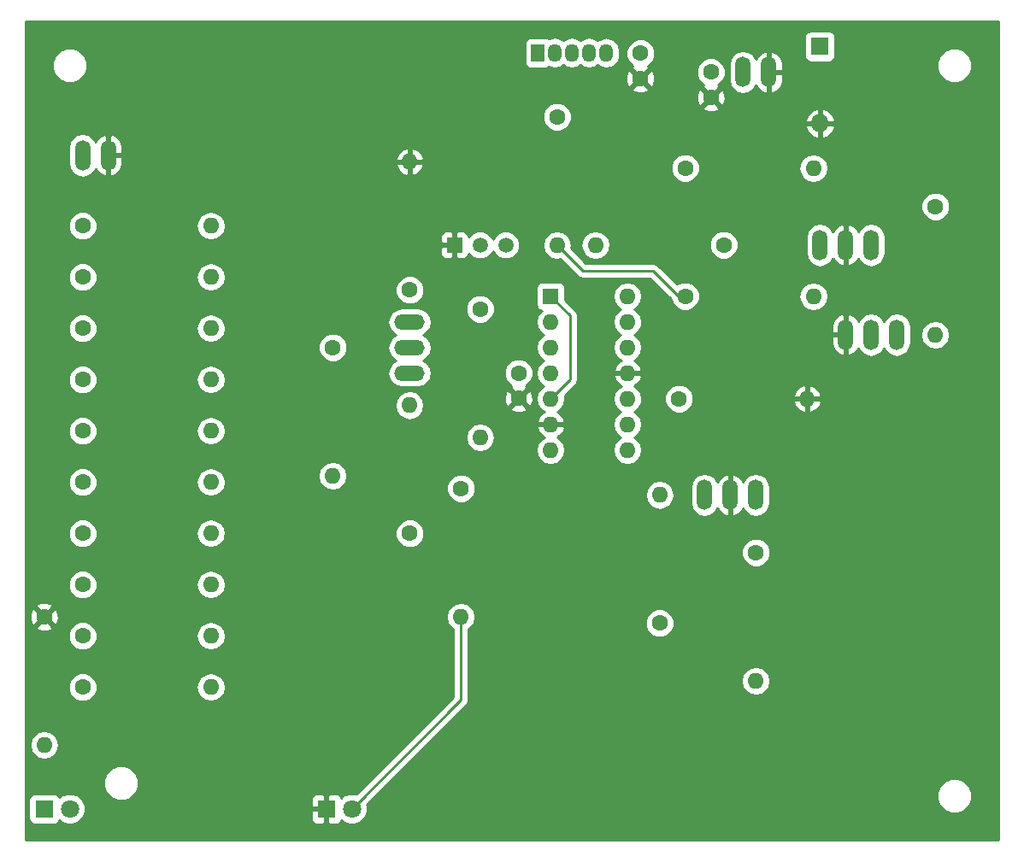
<source format=gbr>
G04 #@! TF.FileFunction,Copper,L2,Bot,Signal*
%FSLAX46Y46*%
G04 Gerber Fmt 4.6, Leading zero omitted, Abs format (unit mm)*
G04 Created by KiCad (PCBNEW 4.0.7) date Mon Sep 25 09:44:11 2017*
%MOMM*%
%LPD*%
G01*
G04 APERTURE LIST*
%ADD10C,0.100000*%
%ADD11C,1.600000*%
%ADD12R,1.800000X1.800000*%
%ADD13O,1.800000X1.800000*%
%ADD14C,1.800000*%
%ADD15O,1.510000X3.010000*%
%ADD16C,1.520000*%
%ADD17R,1.520000X1.520000*%
%ADD18O,1.600000X1.600000*%
%ADD19O,3.010000X1.510000*%
%ADD20R,1.350000X1.800000*%
%ADD21O,1.350000X1.800000*%
%ADD22R,1.600000X1.600000*%
%ADD23C,0.250000*%
%ADD24C,0.254000*%
G04 APERTURE END LIST*
D10*
D11*
X81915000Y-22860000D03*
X81915000Y-20360000D03*
X88900000Y-22225000D03*
X88900000Y-24725000D03*
X69850000Y-52070000D03*
X69850000Y-54570000D03*
D12*
X99695000Y-19685000D03*
D13*
X99695000Y-27305000D03*
D12*
X50800000Y-95250000D03*
D14*
X53340000Y-95250000D03*
D15*
X92075000Y-22225000D03*
X94615000Y-22225000D03*
X26670000Y-30480000D03*
X29210000Y-30480000D03*
X104775000Y-39370000D03*
X102235000Y-39370000D03*
X99695000Y-39370000D03*
X88265000Y-64135000D03*
X90805000Y-64135000D03*
X93345000Y-64135000D03*
D16*
X66040000Y-39370000D03*
X68580000Y-39370000D03*
D17*
X63500000Y-39370000D03*
D11*
X26670000Y-78105000D03*
D18*
X39370000Y-78105000D03*
D11*
X26670000Y-83185000D03*
D18*
X39370000Y-83185000D03*
D11*
X26670000Y-73025000D03*
D18*
X39370000Y-73025000D03*
D11*
X26670000Y-67945000D03*
D18*
X39370000Y-67945000D03*
D11*
X26670000Y-62865000D03*
D18*
X39370000Y-62865000D03*
D11*
X26670000Y-57785000D03*
D18*
X39370000Y-57785000D03*
D11*
X26670000Y-52705000D03*
D18*
X39370000Y-52705000D03*
D11*
X26670000Y-47625000D03*
D18*
X39370000Y-47625000D03*
D11*
X26670000Y-42545000D03*
D18*
X39370000Y-42545000D03*
D11*
X26670000Y-37465000D03*
D18*
X39370000Y-37465000D03*
D11*
X73660000Y-26670000D03*
D18*
X73660000Y-39370000D03*
D11*
X66040000Y-45720000D03*
D18*
X66040000Y-58420000D03*
D11*
X59055000Y-43815000D03*
D18*
X59055000Y-31115000D03*
D11*
X86360000Y-44450000D03*
D18*
X99060000Y-44450000D03*
D11*
X111125000Y-35560000D03*
D18*
X111125000Y-48260000D03*
D11*
X64135000Y-63500000D03*
D18*
X64135000Y-76200000D03*
D11*
X51435000Y-49530000D03*
D18*
X51435000Y-62230000D03*
D11*
X83820000Y-76835000D03*
D18*
X83820000Y-64135000D03*
D11*
X59055000Y-67945000D03*
D18*
X59055000Y-55245000D03*
D11*
X90170000Y-39370000D03*
D18*
X77470000Y-39370000D03*
D11*
X85725000Y-54610000D03*
D18*
X98425000Y-54610000D03*
D19*
X59055000Y-52070000D03*
X59055000Y-49530000D03*
X59055000Y-46990000D03*
D15*
X102235000Y-48260000D03*
X104775000Y-48260000D03*
X107315000Y-48260000D03*
D20*
X71755000Y-20320000D03*
D21*
X73455000Y-20320000D03*
X75155000Y-20320000D03*
X76855000Y-20320000D03*
X78555000Y-20320000D03*
D11*
X93345000Y-69850000D03*
D18*
X93345000Y-82550000D03*
D22*
X73025000Y-44450000D03*
D18*
X80645000Y-59690000D03*
X73025000Y-46990000D03*
X80645000Y-57150000D03*
X73025000Y-49530000D03*
X80645000Y-54610000D03*
X73025000Y-52070000D03*
X80645000Y-52070000D03*
X73025000Y-54610000D03*
X80645000Y-49530000D03*
X73025000Y-57150000D03*
X80645000Y-46990000D03*
X73025000Y-59690000D03*
X80645000Y-44450000D03*
D12*
X22860000Y-95250000D03*
D14*
X25400000Y-95250000D03*
D11*
X86360000Y-31750000D03*
D18*
X99060000Y-31750000D03*
D11*
X22860000Y-76200000D03*
D18*
X22860000Y-88900000D03*
D23*
X64135000Y-76200000D02*
X64135000Y-84455000D01*
X64135000Y-84455000D02*
X53340000Y-95250000D01*
X86360000Y-44450000D02*
X85725000Y-44450000D01*
X85725000Y-44450000D02*
X83185000Y-41910000D01*
X83185000Y-41910000D02*
X76200000Y-41910000D01*
X76200000Y-41910000D02*
X73660000Y-39370000D01*
X73025000Y-44450000D02*
X74930000Y-46355000D01*
X74930000Y-52705000D02*
X73025000Y-54610000D01*
X74930000Y-46355000D02*
X74930000Y-52705000D01*
D24*
G36*
X117400000Y-98350000D02*
X21030000Y-98350000D01*
X21030000Y-94350000D01*
X21312560Y-94350000D01*
X21312560Y-96150000D01*
X21356838Y-96385317D01*
X21495910Y-96601441D01*
X21708110Y-96746431D01*
X21960000Y-96797440D01*
X23760000Y-96797440D01*
X23995317Y-96753162D01*
X24211441Y-96614090D01*
X24356431Y-96401890D01*
X24360567Y-96381466D01*
X24529357Y-96550551D01*
X25093330Y-96784733D01*
X25703991Y-96785265D01*
X26268371Y-96552068D01*
X26700551Y-96120643D01*
X26934733Y-95556670D01*
X26934751Y-95535750D01*
X49265000Y-95535750D01*
X49265000Y-96276310D01*
X49361673Y-96509699D01*
X49540302Y-96688327D01*
X49773691Y-96785000D01*
X50514250Y-96785000D01*
X50673000Y-96626250D01*
X50673000Y-95377000D01*
X49423750Y-95377000D01*
X49265000Y-95535750D01*
X26934751Y-95535750D01*
X26935265Y-94946009D01*
X26702068Y-94381629D01*
X26270643Y-93949449D01*
X25706670Y-93715267D01*
X25096009Y-93714735D01*
X24531629Y-93947932D01*
X24363387Y-94115880D01*
X24363162Y-94114683D01*
X24224090Y-93898559D01*
X24011890Y-93753569D01*
X23760000Y-93702560D01*
X21960000Y-93702560D01*
X21724683Y-93746838D01*
X21508559Y-93885910D01*
X21363569Y-94098110D01*
X21312560Y-94350000D01*
X21030000Y-94350000D01*
X21030000Y-93053599D01*
X28744699Y-93053599D01*
X29008281Y-93691515D01*
X29495918Y-94180004D01*
X30133373Y-94444699D01*
X30823599Y-94445301D01*
X31359937Y-94223690D01*
X49265000Y-94223690D01*
X49265000Y-94964250D01*
X49423750Y-95123000D01*
X50673000Y-95123000D01*
X50673000Y-93873750D01*
X50927000Y-93873750D01*
X50927000Y-95123000D01*
X50947000Y-95123000D01*
X50947000Y-95377000D01*
X50927000Y-95377000D01*
X50927000Y-96626250D01*
X51085750Y-96785000D01*
X51826309Y-96785000D01*
X52059698Y-96688327D01*
X52238327Y-96509699D01*
X52294119Y-96375006D01*
X52469357Y-96550551D01*
X53033330Y-96784733D01*
X53643991Y-96785265D01*
X54208371Y-96552068D01*
X54640551Y-96120643D01*
X54874733Y-95556670D01*
X54875265Y-94946009D01*
X54829515Y-94835287D01*
X55341203Y-94323599D01*
X111294699Y-94323599D01*
X111558281Y-94961515D01*
X112045918Y-95450004D01*
X112683373Y-95714699D01*
X113373599Y-95715301D01*
X114011515Y-95451719D01*
X114500004Y-94964082D01*
X114764699Y-94326627D01*
X114765301Y-93636401D01*
X114501719Y-92998485D01*
X114014082Y-92509996D01*
X113376627Y-92245301D01*
X112686401Y-92244699D01*
X112048485Y-92508281D01*
X111559996Y-92995918D01*
X111295301Y-93633373D01*
X111294699Y-94323599D01*
X55341203Y-94323599D01*
X64672401Y-84992401D01*
X64837148Y-84745840D01*
X64862229Y-84619750D01*
X64895000Y-84455000D01*
X64895000Y-82521887D01*
X91910000Y-82521887D01*
X91910000Y-82578113D01*
X92019233Y-83127264D01*
X92330302Y-83592811D01*
X92795849Y-83903880D01*
X93345000Y-84013113D01*
X93894151Y-83903880D01*
X94359698Y-83592811D01*
X94670767Y-83127264D01*
X94780000Y-82578113D01*
X94780000Y-82521887D01*
X94670767Y-81972736D01*
X94359698Y-81507189D01*
X93894151Y-81196120D01*
X93345000Y-81086887D01*
X92795849Y-81196120D01*
X92330302Y-81507189D01*
X92019233Y-81972736D01*
X91910000Y-82521887D01*
X64895000Y-82521887D01*
X64895000Y-77412995D01*
X65149698Y-77242811D01*
X65232301Y-77119187D01*
X82384752Y-77119187D01*
X82602757Y-77646800D01*
X83006077Y-78050824D01*
X83533309Y-78269750D01*
X84104187Y-78270248D01*
X84631800Y-78052243D01*
X85035824Y-77648923D01*
X85254750Y-77121691D01*
X85255248Y-76550813D01*
X85037243Y-76023200D01*
X84633923Y-75619176D01*
X84106691Y-75400250D01*
X83535813Y-75399752D01*
X83008200Y-75617757D01*
X82604176Y-76021077D01*
X82385250Y-76548309D01*
X82384752Y-77119187D01*
X65232301Y-77119187D01*
X65460767Y-76777264D01*
X65570000Y-76228113D01*
X65570000Y-76171887D01*
X65460767Y-75622736D01*
X65149698Y-75157189D01*
X64684151Y-74846120D01*
X64135000Y-74736887D01*
X63585849Y-74846120D01*
X63120302Y-75157189D01*
X62809233Y-75622736D01*
X62700000Y-76171887D01*
X62700000Y-76228113D01*
X62809233Y-76777264D01*
X63120302Y-77242811D01*
X63375000Y-77412995D01*
X63375000Y-84140198D01*
X53754964Y-93760234D01*
X53646670Y-93715267D01*
X53036009Y-93714735D01*
X52471629Y-93947932D01*
X52294159Y-94125092D01*
X52238327Y-93990301D01*
X52059698Y-93811673D01*
X51826309Y-93715000D01*
X51085750Y-93715000D01*
X50927000Y-93873750D01*
X50673000Y-93873750D01*
X50514250Y-93715000D01*
X49773691Y-93715000D01*
X49540302Y-93811673D01*
X49361673Y-93990301D01*
X49265000Y-94223690D01*
X31359937Y-94223690D01*
X31461515Y-94181719D01*
X31950004Y-93694082D01*
X32214699Y-93056627D01*
X32215301Y-92366401D01*
X31951719Y-91728485D01*
X31464082Y-91239996D01*
X30826627Y-90975301D01*
X30136401Y-90974699D01*
X29498485Y-91238281D01*
X29009996Y-91725918D01*
X28745301Y-92363373D01*
X28744699Y-93053599D01*
X21030000Y-93053599D01*
X21030000Y-88871887D01*
X21425000Y-88871887D01*
X21425000Y-88928113D01*
X21534233Y-89477264D01*
X21845302Y-89942811D01*
X22310849Y-90253880D01*
X22860000Y-90363113D01*
X23409151Y-90253880D01*
X23874698Y-89942811D01*
X24185767Y-89477264D01*
X24295000Y-88928113D01*
X24295000Y-88871887D01*
X24185767Y-88322736D01*
X23874698Y-87857189D01*
X23409151Y-87546120D01*
X22860000Y-87436887D01*
X22310849Y-87546120D01*
X21845302Y-87857189D01*
X21534233Y-88322736D01*
X21425000Y-88871887D01*
X21030000Y-88871887D01*
X21030000Y-83469187D01*
X25234752Y-83469187D01*
X25452757Y-83996800D01*
X25856077Y-84400824D01*
X26383309Y-84619750D01*
X26954187Y-84620248D01*
X27481800Y-84402243D01*
X27885824Y-83998923D01*
X28104750Y-83471691D01*
X28105000Y-83185000D01*
X37906887Y-83185000D01*
X38016120Y-83734151D01*
X38327189Y-84199698D01*
X38792736Y-84510767D01*
X39341887Y-84620000D01*
X39398113Y-84620000D01*
X39947264Y-84510767D01*
X40412811Y-84199698D01*
X40723880Y-83734151D01*
X40833113Y-83185000D01*
X40723880Y-82635849D01*
X40412811Y-82170302D01*
X39947264Y-81859233D01*
X39398113Y-81750000D01*
X39341887Y-81750000D01*
X38792736Y-81859233D01*
X38327189Y-82170302D01*
X38016120Y-82635849D01*
X37906887Y-83185000D01*
X28105000Y-83185000D01*
X28105248Y-82900813D01*
X27887243Y-82373200D01*
X27483923Y-81969176D01*
X26956691Y-81750250D01*
X26385813Y-81749752D01*
X25858200Y-81967757D01*
X25454176Y-82371077D01*
X25235250Y-82898309D01*
X25234752Y-83469187D01*
X21030000Y-83469187D01*
X21030000Y-78389187D01*
X25234752Y-78389187D01*
X25452757Y-78916800D01*
X25856077Y-79320824D01*
X26383309Y-79539750D01*
X26954187Y-79540248D01*
X27481800Y-79322243D01*
X27885824Y-78918923D01*
X28104750Y-78391691D01*
X28105000Y-78105000D01*
X37906887Y-78105000D01*
X38016120Y-78654151D01*
X38327189Y-79119698D01*
X38792736Y-79430767D01*
X39341887Y-79540000D01*
X39398113Y-79540000D01*
X39947264Y-79430767D01*
X40412811Y-79119698D01*
X40723880Y-78654151D01*
X40833113Y-78105000D01*
X40723880Y-77555849D01*
X40412811Y-77090302D01*
X39947264Y-76779233D01*
X39398113Y-76670000D01*
X39341887Y-76670000D01*
X38792736Y-76779233D01*
X38327189Y-77090302D01*
X38016120Y-77555849D01*
X37906887Y-78105000D01*
X28105000Y-78105000D01*
X28105248Y-77820813D01*
X27887243Y-77293200D01*
X27483923Y-76889176D01*
X26956691Y-76670250D01*
X26385813Y-76669752D01*
X25858200Y-76887757D01*
X25454176Y-77291077D01*
X25235250Y-77818309D01*
X25234752Y-78389187D01*
X21030000Y-78389187D01*
X21030000Y-77207745D01*
X22031861Y-77207745D01*
X22105995Y-77453864D01*
X22643223Y-77646965D01*
X23213454Y-77619778D01*
X23614005Y-77453864D01*
X23688139Y-77207745D01*
X22860000Y-76379605D01*
X22031861Y-77207745D01*
X21030000Y-77207745D01*
X21030000Y-75983223D01*
X21413035Y-75983223D01*
X21440222Y-76553454D01*
X21606136Y-76954005D01*
X21852255Y-77028139D01*
X22680395Y-76200000D01*
X23039605Y-76200000D01*
X23867745Y-77028139D01*
X24113864Y-76954005D01*
X24306965Y-76416777D01*
X24279778Y-75846546D01*
X24113864Y-75445995D01*
X23867745Y-75371861D01*
X23039605Y-76200000D01*
X22680395Y-76200000D01*
X21852255Y-75371861D01*
X21606136Y-75445995D01*
X21413035Y-75983223D01*
X21030000Y-75983223D01*
X21030000Y-75192255D01*
X22031861Y-75192255D01*
X22860000Y-76020395D01*
X23688139Y-75192255D01*
X23614005Y-74946136D01*
X23076777Y-74753035D01*
X22506546Y-74780222D01*
X22105995Y-74946136D01*
X22031861Y-75192255D01*
X21030000Y-75192255D01*
X21030000Y-73309187D01*
X25234752Y-73309187D01*
X25452757Y-73836800D01*
X25856077Y-74240824D01*
X26383309Y-74459750D01*
X26954187Y-74460248D01*
X27481800Y-74242243D01*
X27885824Y-73838923D01*
X28104750Y-73311691D01*
X28105000Y-73025000D01*
X37906887Y-73025000D01*
X38016120Y-73574151D01*
X38327189Y-74039698D01*
X38792736Y-74350767D01*
X39341887Y-74460000D01*
X39398113Y-74460000D01*
X39947264Y-74350767D01*
X40412811Y-74039698D01*
X40723880Y-73574151D01*
X40833113Y-73025000D01*
X40723880Y-72475849D01*
X40412811Y-72010302D01*
X39947264Y-71699233D01*
X39398113Y-71590000D01*
X39341887Y-71590000D01*
X38792736Y-71699233D01*
X38327189Y-72010302D01*
X38016120Y-72475849D01*
X37906887Y-73025000D01*
X28105000Y-73025000D01*
X28105248Y-72740813D01*
X27887243Y-72213200D01*
X27483923Y-71809176D01*
X26956691Y-71590250D01*
X26385813Y-71589752D01*
X25858200Y-71807757D01*
X25454176Y-72211077D01*
X25235250Y-72738309D01*
X25234752Y-73309187D01*
X21030000Y-73309187D01*
X21030000Y-70134187D01*
X91909752Y-70134187D01*
X92127757Y-70661800D01*
X92531077Y-71065824D01*
X93058309Y-71284750D01*
X93629187Y-71285248D01*
X94156800Y-71067243D01*
X94560824Y-70663923D01*
X94779750Y-70136691D01*
X94780248Y-69565813D01*
X94562243Y-69038200D01*
X94158923Y-68634176D01*
X93631691Y-68415250D01*
X93060813Y-68414752D01*
X92533200Y-68632757D01*
X92129176Y-69036077D01*
X91910250Y-69563309D01*
X91909752Y-70134187D01*
X21030000Y-70134187D01*
X21030000Y-68229187D01*
X25234752Y-68229187D01*
X25452757Y-68756800D01*
X25856077Y-69160824D01*
X26383309Y-69379750D01*
X26954187Y-69380248D01*
X27481800Y-69162243D01*
X27885824Y-68758923D01*
X28104750Y-68231691D01*
X28105000Y-67945000D01*
X37906887Y-67945000D01*
X38016120Y-68494151D01*
X38327189Y-68959698D01*
X38792736Y-69270767D01*
X39341887Y-69380000D01*
X39398113Y-69380000D01*
X39947264Y-69270767D01*
X40412811Y-68959698D01*
X40723880Y-68494151D01*
X40776584Y-68229187D01*
X57619752Y-68229187D01*
X57837757Y-68756800D01*
X58241077Y-69160824D01*
X58768309Y-69379750D01*
X59339187Y-69380248D01*
X59866800Y-69162243D01*
X60270824Y-68758923D01*
X60489750Y-68231691D01*
X60490248Y-67660813D01*
X60272243Y-67133200D01*
X59868923Y-66729176D01*
X59341691Y-66510250D01*
X58770813Y-66509752D01*
X58243200Y-66727757D01*
X57839176Y-67131077D01*
X57620250Y-67658309D01*
X57619752Y-68229187D01*
X40776584Y-68229187D01*
X40833113Y-67945000D01*
X40723880Y-67395849D01*
X40412811Y-66930302D01*
X39947264Y-66619233D01*
X39398113Y-66510000D01*
X39341887Y-66510000D01*
X38792736Y-66619233D01*
X38327189Y-66930302D01*
X38016120Y-67395849D01*
X37906887Y-67945000D01*
X28105000Y-67945000D01*
X28105248Y-67660813D01*
X27887243Y-67133200D01*
X27483923Y-66729176D01*
X26956691Y-66510250D01*
X26385813Y-66509752D01*
X25858200Y-66727757D01*
X25454176Y-67131077D01*
X25235250Y-67658309D01*
X25234752Y-68229187D01*
X21030000Y-68229187D01*
X21030000Y-63149187D01*
X25234752Y-63149187D01*
X25452757Y-63676800D01*
X25856077Y-64080824D01*
X26383309Y-64299750D01*
X26954187Y-64300248D01*
X27481800Y-64082243D01*
X27885824Y-63678923D01*
X28104750Y-63151691D01*
X28105000Y-62865000D01*
X37906887Y-62865000D01*
X38016120Y-63414151D01*
X38327189Y-63879698D01*
X38792736Y-64190767D01*
X39341887Y-64300000D01*
X39398113Y-64300000D01*
X39947264Y-64190767D01*
X40412811Y-63879698D01*
X40476629Y-63784187D01*
X62699752Y-63784187D01*
X62917757Y-64311800D01*
X63321077Y-64715824D01*
X63848309Y-64934750D01*
X64419187Y-64935248D01*
X64946800Y-64717243D01*
X65350824Y-64313923D01*
X65436792Y-64106887D01*
X82385000Y-64106887D01*
X82385000Y-64163113D01*
X82494233Y-64712264D01*
X82805302Y-65177811D01*
X83270849Y-65488880D01*
X83820000Y-65598113D01*
X84369151Y-65488880D01*
X84834698Y-65177811D01*
X85145767Y-64712264D01*
X85255000Y-64163113D01*
X85255000Y-64106887D01*
X85145767Y-63557736D01*
X85002335Y-63343075D01*
X86875000Y-63343075D01*
X86875000Y-64926925D01*
X86980807Y-65458855D01*
X87282122Y-65909803D01*
X87733070Y-66211118D01*
X88265000Y-66316925D01*
X88796930Y-66211118D01*
X89247878Y-65909803D01*
X89547751Y-65461013D01*
X89569408Y-65534263D01*
X89911924Y-65957681D01*
X90390403Y-66217793D01*
X90463029Y-66232277D01*
X90678000Y-66109683D01*
X90678000Y-64262000D01*
X90658000Y-64262000D01*
X90658000Y-64008000D01*
X90678000Y-64008000D01*
X90678000Y-62160317D01*
X90932000Y-62160317D01*
X90932000Y-64008000D01*
X90952000Y-64008000D01*
X90952000Y-64262000D01*
X90932000Y-64262000D01*
X90932000Y-66109683D01*
X91146971Y-66232277D01*
X91219597Y-66217793D01*
X91698076Y-65957681D01*
X92040592Y-65534263D01*
X92062249Y-65461013D01*
X92362122Y-65909803D01*
X92813070Y-66211118D01*
X93345000Y-66316925D01*
X93876930Y-66211118D01*
X94327878Y-65909803D01*
X94629193Y-65458855D01*
X94735000Y-64926925D01*
X94735000Y-63343075D01*
X94629193Y-62811145D01*
X94327878Y-62360197D01*
X93876930Y-62058882D01*
X93345000Y-61953075D01*
X92813070Y-62058882D01*
X92362122Y-62360197D01*
X92062249Y-62808987D01*
X92040592Y-62735737D01*
X91698076Y-62312319D01*
X91219597Y-62052207D01*
X91146971Y-62037723D01*
X90932000Y-62160317D01*
X90678000Y-62160317D01*
X90463029Y-62037723D01*
X90390403Y-62052207D01*
X89911924Y-62312319D01*
X89569408Y-62735737D01*
X89547751Y-62808987D01*
X89247878Y-62360197D01*
X88796930Y-62058882D01*
X88265000Y-61953075D01*
X87733070Y-62058882D01*
X87282122Y-62360197D01*
X86980807Y-62811145D01*
X86875000Y-63343075D01*
X85002335Y-63343075D01*
X84834698Y-63092189D01*
X84369151Y-62781120D01*
X83820000Y-62671887D01*
X83270849Y-62781120D01*
X82805302Y-63092189D01*
X82494233Y-63557736D01*
X82385000Y-64106887D01*
X65436792Y-64106887D01*
X65569750Y-63786691D01*
X65570248Y-63215813D01*
X65352243Y-62688200D01*
X64948923Y-62284176D01*
X64421691Y-62065250D01*
X63850813Y-62064752D01*
X63323200Y-62282757D01*
X62919176Y-62686077D01*
X62700250Y-63213309D01*
X62699752Y-63784187D01*
X40476629Y-63784187D01*
X40723880Y-63414151D01*
X40833113Y-62865000D01*
X40723880Y-62315849D01*
X40647733Y-62201887D01*
X50000000Y-62201887D01*
X50000000Y-62258113D01*
X50109233Y-62807264D01*
X50420302Y-63272811D01*
X50885849Y-63583880D01*
X51435000Y-63693113D01*
X51984151Y-63583880D01*
X52449698Y-63272811D01*
X52760767Y-62807264D01*
X52870000Y-62258113D01*
X52870000Y-62201887D01*
X52760767Y-61652736D01*
X52449698Y-61187189D01*
X51984151Y-60876120D01*
X51435000Y-60766887D01*
X50885849Y-60876120D01*
X50420302Y-61187189D01*
X50109233Y-61652736D01*
X50000000Y-62201887D01*
X40647733Y-62201887D01*
X40412811Y-61850302D01*
X39947264Y-61539233D01*
X39398113Y-61430000D01*
X39341887Y-61430000D01*
X38792736Y-61539233D01*
X38327189Y-61850302D01*
X38016120Y-62315849D01*
X37906887Y-62865000D01*
X28105000Y-62865000D01*
X28105248Y-62580813D01*
X27887243Y-62053200D01*
X27483923Y-61649176D01*
X26956691Y-61430250D01*
X26385813Y-61429752D01*
X25858200Y-61647757D01*
X25454176Y-62051077D01*
X25235250Y-62578309D01*
X25234752Y-63149187D01*
X21030000Y-63149187D01*
X21030000Y-58069187D01*
X25234752Y-58069187D01*
X25452757Y-58596800D01*
X25856077Y-59000824D01*
X26383309Y-59219750D01*
X26954187Y-59220248D01*
X27481800Y-59002243D01*
X27885824Y-58598923D01*
X28104750Y-58071691D01*
X28105000Y-57785000D01*
X37906887Y-57785000D01*
X38016120Y-58334151D01*
X38327189Y-58799698D01*
X38792736Y-59110767D01*
X39341887Y-59220000D01*
X39398113Y-59220000D01*
X39947264Y-59110767D01*
X40412811Y-58799698D01*
X40685301Y-58391887D01*
X64605000Y-58391887D01*
X64605000Y-58448113D01*
X64714233Y-58997264D01*
X65025302Y-59462811D01*
X65490849Y-59773880D01*
X66040000Y-59883113D01*
X66589151Y-59773880D01*
X66714686Y-59690000D01*
X71561887Y-59690000D01*
X71671120Y-60239151D01*
X71982189Y-60704698D01*
X72447736Y-61015767D01*
X72996887Y-61125000D01*
X73053113Y-61125000D01*
X73602264Y-61015767D01*
X74067811Y-60704698D01*
X74378880Y-60239151D01*
X74488113Y-59690000D01*
X74378880Y-59140849D01*
X74067811Y-58675302D01*
X73663297Y-58405014D01*
X73880134Y-58302389D01*
X74256041Y-57887423D01*
X74416904Y-57499039D01*
X74294915Y-57277000D01*
X73152000Y-57277000D01*
X73152000Y-57297000D01*
X72898000Y-57297000D01*
X72898000Y-57277000D01*
X71755085Y-57277000D01*
X71633096Y-57499039D01*
X71793959Y-57887423D01*
X72169866Y-58302389D01*
X72386703Y-58405014D01*
X71982189Y-58675302D01*
X71671120Y-59140849D01*
X71561887Y-59690000D01*
X66714686Y-59690000D01*
X67054698Y-59462811D01*
X67365767Y-58997264D01*
X67475000Y-58448113D01*
X67475000Y-58391887D01*
X67365767Y-57842736D01*
X67054698Y-57377189D01*
X66589151Y-57066120D01*
X66040000Y-56956887D01*
X65490849Y-57066120D01*
X65025302Y-57377189D01*
X64714233Y-57842736D01*
X64605000Y-58391887D01*
X40685301Y-58391887D01*
X40723880Y-58334151D01*
X40833113Y-57785000D01*
X40723880Y-57235849D01*
X40412811Y-56770302D01*
X39947264Y-56459233D01*
X39398113Y-56350000D01*
X39341887Y-56350000D01*
X38792736Y-56459233D01*
X38327189Y-56770302D01*
X38016120Y-57235849D01*
X37906887Y-57785000D01*
X28105000Y-57785000D01*
X28105248Y-57500813D01*
X27887243Y-56973200D01*
X27483923Y-56569176D01*
X26956691Y-56350250D01*
X26385813Y-56349752D01*
X25858200Y-56567757D01*
X25454176Y-56971077D01*
X25235250Y-57498309D01*
X25234752Y-58069187D01*
X21030000Y-58069187D01*
X21030000Y-55216887D01*
X57620000Y-55216887D01*
X57620000Y-55273113D01*
X57729233Y-55822264D01*
X58040302Y-56287811D01*
X58505849Y-56598880D01*
X59055000Y-56708113D01*
X59604151Y-56598880D01*
X60069698Y-56287811D01*
X60380767Y-55822264D01*
X60429404Y-55577745D01*
X69021861Y-55577745D01*
X69095995Y-55823864D01*
X69633223Y-56016965D01*
X70203454Y-55989778D01*
X70604005Y-55823864D01*
X70678139Y-55577745D01*
X69850000Y-54749605D01*
X69021861Y-55577745D01*
X60429404Y-55577745D01*
X60490000Y-55273113D01*
X60490000Y-55216887D01*
X60380767Y-54667736D01*
X60170616Y-54353223D01*
X68403035Y-54353223D01*
X68430222Y-54923454D01*
X68596136Y-55324005D01*
X68842255Y-55398139D01*
X69670395Y-54570000D01*
X70029605Y-54570000D01*
X70857745Y-55398139D01*
X71103864Y-55324005D01*
X71296965Y-54786777D01*
X71269778Y-54216546D01*
X71103864Y-53815995D01*
X70857745Y-53741861D01*
X70029605Y-54570000D01*
X69670395Y-54570000D01*
X68842255Y-53741861D01*
X68596136Y-53815995D01*
X68403035Y-54353223D01*
X60170616Y-54353223D01*
X60069698Y-54202189D01*
X59604151Y-53891120D01*
X59055000Y-53781887D01*
X58505849Y-53891120D01*
X58040302Y-54202189D01*
X57729233Y-54667736D01*
X57620000Y-55216887D01*
X21030000Y-55216887D01*
X21030000Y-52989187D01*
X25234752Y-52989187D01*
X25452757Y-53516800D01*
X25856077Y-53920824D01*
X26383309Y-54139750D01*
X26954187Y-54140248D01*
X27481800Y-53922243D01*
X27885824Y-53518923D01*
X28104750Y-52991691D01*
X28105000Y-52705000D01*
X37906887Y-52705000D01*
X38016120Y-53254151D01*
X38327189Y-53719698D01*
X38792736Y-54030767D01*
X39341887Y-54140000D01*
X39398113Y-54140000D01*
X39947264Y-54030767D01*
X40412811Y-53719698D01*
X40723880Y-53254151D01*
X40833113Y-52705000D01*
X40723880Y-52155849D01*
X40412811Y-51690302D01*
X39947264Y-51379233D01*
X39398113Y-51270000D01*
X39341887Y-51270000D01*
X38792736Y-51379233D01*
X38327189Y-51690302D01*
X38016120Y-52155849D01*
X37906887Y-52705000D01*
X28105000Y-52705000D01*
X28105248Y-52420813D01*
X27887243Y-51893200D01*
X27483923Y-51489176D01*
X26956691Y-51270250D01*
X26385813Y-51269752D01*
X25858200Y-51487757D01*
X25454176Y-51891077D01*
X25235250Y-52418309D01*
X25234752Y-52989187D01*
X21030000Y-52989187D01*
X21030000Y-49814187D01*
X49999752Y-49814187D01*
X50217757Y-50341800D01*
X50621077Y-50745824D01*
X51148309Y-50964750D01*
X51719187Y-50965248D01*
X52246800Y-50747243D01*
X52650824Y-50343923D01*
X52869750Y-49816691D01*
X52870248Y-49245813D01*
X52652243Y-48718200D01*
X52248923Y-48314176D01*
X51721691Y-48095250D01*
X51150813Y-48094752D01*
X50623200Y-48312757D01*
X50219176Y-48716077D01*
X50000250Y-49243309D01*
X49999752Y-49814187D01*
X21030000Y-49814187D01*
X21030000Y-47909187D01*
X25234752Y-47909187D01*
X25452757Y-48436800D01*
X25856077Y-48840824D01*
X26383309Y-49059750D01*
X26954187Y-49060248D01*
X27481800Y-48842243D01*
X27885824Y-48438923D01*
X28104750Y-47911691D01*
X28105000Y-47625000D01*
X37906887Y-47625000D01*
X38016120Y-48174151D01*
X38327189Y-48639698D01*
X38792736Y-48950767D01*
X39341887Y-49060000D01*
X39398113Y-49060000D01*
X39947264Y-48950767D01*
X40412811Y-48639698D01*
X40723880Y-48174151D01*
X40833113Y-47625000D01*
X40723880Y-47075849D01*
X40666518Y-46990000D01*
X56873075Y-46990000D01*
X56978882Y-47521930D01*
X57280197Y-47972878D01*
X57709904Y-48260000D01*
X57280197Y-48547122D01*
X56978882Y-48998070D01*
X56873075Y-49530000D01*
X56978882Y-50061930D01*
X57280197Y-50512878D01*
X57709904Y-50800000D01*
X57280197Y-51087122D01*
X56978882Y-51538070D01*
X56873075Y-52070000D01*
X56978882Y-52601930D01*
X57280197Y-53052878D01*
X57731145Y-53354193D01*
X58263075Y-53460000D01*
X59846925Y-53460000D01*
X60378855Y-53354193D01*
X60829803Y-53052878D01*
X61131118Y-52601930D01*
X61180396Y-52354187D01*
X68414752Y-52354187D01*
X68632757Y-52881800D01*
X69036077Y-53285824D01*
X69102544Y-53313423D01*
X69095995Y-53316136D01*
X69021861Y-53562255D01*
X69850000Y-54390395D01*
X70678139Y-53562255D01*
X70604005Y-53316136D01*
X70597517Y-53313804D01*
X70661800Y-53287243D01*
X71065824Y-52883923D01*
X71284750Y-52356691D01*
X71285248Y-51785813D01*
X71067243Y-51258200D01*
X70663923Y-50854176D01*
X70136691Y-50635250D01*
X69565813Y-50634752D01*
X69038200Y-50852757D01*
X68634176Y-51256077D01*
X68415250Y-51783309D01*
X68414752Y-52354187D01*
X61180396Y-52354187D01*
X61236925Y-52070000D01*
X61131118Y-51538070D01*
X60829803Y-51087122D01*
X60400096Y-50800000D01*
X60829803Y-50512878D01*
X61131118Y-50061930D01*
X61236925Y-49530000D01*
X61131118Y-48998070D01*
X60829803Y-48547122D01*
X60400096Y-48260000D01*
X60829803Y-47972878D01*
X61131118Y-47521930D01*
X61236925Y-46990000D01*
X61131118Y-46458070D01*
X60829803Y-46007122D01*
X60825411Y-46004187D01*
X64604752Y-46004187D01*
X64822757Y-46531800D01*
X65226077Y-46935824D01*
X65753309Y-47154750D01*
X66324187Y-47155248D01*
X66724118Y-46990000D01*
X71561887Y-46990000D01*
X71671120Y-47539151D01*
X71982189Y-48004698D01*
X72364275Y-48260000D01*
X71982189Y-48515302D01*
X71671120Y-48980849D01*
X71561887Y-49530000D01*
X71671120Y-50079151D01*
X71982189Y-50544698D01*
X72364275Y-50800000D01*
X71982189Y-51055302D01*
X71671120Y-51520849D01*
X71561887Y-52070000D01*
X71671120Y-52619151D01*
X71982189Y-53084698D01*
X72364275Y-53340000D01*
X71982189Y-53595302D01*
X71671120Y-54060849D01*
X71561887Y-54610000D01*
X71671120Y-55159151D01*
X71982189Y-55624698D01*
X72386703Y-55894986D01*
X72169866Y-55997611D01*
X71793959Y-56412577D01*
X71633096Y-56800961D01*
X71755085Y-57023000D01*
X72898000Y-57023000D01*
X72898000Y-57003000D01*
X73152000Y-57003000D01*
X73152000Y-57023000D01*
X74294915Y-57023000D01*
X74416904Y-56800961D01*
X74256041Y-56412577D01*
X73880134Y-55997611D01*
X73663297Y-55894986D01*
X74067811Y-55624698D01*
X74378880Y-55159151D01*
X74488113Y-54610000D01*
X79181887Y-54610000D01*
X79291120Y-55159151D01*
X79602189Y-55624698D01*
X79984275Y-55880000D01*
X79602189Y-56135302D01*
X79291120Y-56600849D01*
X79181887Y-57150000D01*
X79291120Y-57699151D01*
X79602189Y-58164698D01*
X79984275Y-58420000D01*
X79602189Y-58675302D01*
X79291120Y-59140849D01*
X79181887Y-59690000D01*
X79291120Y-60239151D01*
X79602189Y-60704698D01*
X80067736Y-61015767D01*
X80616887Y-61125000D01*
X80673113Y-61125000D01*
X81222264Y-61015767D01*
X81687811Y-60704698D01*
X81998880Y-60239151D01*
X82108113Y-59690000D01*
X81998880Y-59140849D01*
X81687811Y-58675302D01*
X81305725Y-58420000D01*
X81687811Y-58164698D01*
X81998880Y-57699151D01*
X82108113Y-57150000D01*
X81998880Y-56600849D01*
X81687811Y-56135302D01*
X81305725Y-55880000D01*
X81687811Y-55624698D01*
X81998880Y-55159151D01*
X82051584Y-54894187D01*
X84289752Y-54894187D01*
X84507757Y-55421800D01*
X84911077Y-55825824D01*
X85438309Y-56044750D01*
X86009187Y-56045248D01*
X86536800Y-55827243D01*
X86940824Y-55423923D01*
X87133860Y-54959039D01*
X97033096Y-54959039D01*
X97193959Y-55347423D01*
X97569866Y-55762389D01*
X98075959Y-56001914D01*
X98298000Y-55880629D01*
X98298000Y-54737000D01*
X98552000Y-54737000D01*
X98552000Y-55880629D01*
X98774041Y-56001914D01*
X99280134Y-55762389D01*
X99656041Y-55347423D01*
X99816904Y-54959039D01*
X99694915Y-54737000D01*
X98552000Y-54737000D01*
X98298000Y-54737000D01*
X97155085Y-54737000D01*
X97033096Y-54959039D01*
X87133860Y-54959039D01*
X87159750Y-54896691D01*
X87160248Y-54325813D01*
X87133452Y-54260961D01*
X97033096Y-54260961D01*
X97155085Y-54483000D01*
X98298000Y-54483000D01*
X98298000Y-53339371D01*
X98552000Y-53339371D01*
X98552000Y-54483000D01*
X99694915Y-54483000D01*
X99816904Y-54260961D01*
X99656041Y-53872577D01*
X99280134Y-53457611D01*
X98774041Y-53218086D01*
X98552000Y-53339371D01*
X98298000Y-53339371D01*
X98075959Y-53218086D01*
X97569866Y-53457611D01*
X97193959Y-53872577D01*
X97033096Y-54260961D01*
X87133452Y-54260961D01*
X86942243Y-53798200D01*
X86538923Y-53394176D01*
X86011691Y-53175250D01*
X85440813Y-53174752D01*
X84913200Y-53392757D01*
X84509176Y-53796077D01*
X84290250Y-54323309D01*
X84289752Y-54894187D01*
X82051584Y-54894187D01*
X82108113Y-54610000D01*
X81998880Y-54060849D01*
X81687811Y-53595302D01*
X81283297Y-53325014D01*
X81500134Y-53222389D01*
X81876041Y-52807423D01*
X82036904Y-52419039D01*
X81914915Y-52197000D01*
X80772000Y-52197000D01*
X80772000Y-52217000D01*
X80518000Y-52217000D01*
X80518000Y-52197000D01*
X79375085Y-52197000D01*
X79253096Y-52419039D01*
X79413959Y-52807423D01*
X79789866Y-53222389D01*
X80006703Y-53325014D01*
X79602189Y-53595302D01*
X79291120Y-54060849D01*
X79181887Y-54610000D01*
X74488113Y-54610000D01*
X74423688Y-54286114D01*
X75467401Y-53242401D01*
X75632148Y-52995839D01*
X75690000Y-52705000D01*
X75690000Y-46355000D01*
X75632148Y-46064161D01*
X75467401Y-45817599D01*
X74472440Y-44822638D01*
X74472440Y-44450000D01*
X79181887Y-44450000D01*
X79291120Y-44999151D01*
X79602189Y-45464698D01*
X79984275Y-45720000D01*
X79602189Y-45975302D01*
X79291120Y-46440849D01*
X79181887Y-46990000D01*
X79291120Y-47539151D01*
X79602189Y-48004698D01*
X79984275Y-48260000D01*
X79602189Y-48515302D01*
X79291120Y-48980849D01*
X79181887Y-49530000D01*
X79291120Y-50079151D01*
X79602189Y-50544698D01*
X80006703Y-50814986D01*
X79789866Y-50917611D01*
X79413959Y-51332577D01*
X79253096Y-51720961D01*
X79375085Y-51943000D01*
X80518000Y-51943000D01*
X80518000Y-51923000D01*
X80772000Y-51923000D01*
X80772000Y-51943000D01*
X81914915Y-51943000D01*
X82036904Y-51720961D01*
X81876041Y-51332577D01*
X81500134Y-50917611D01*
X81283297Y-50814986D01*
X81687811Y-50544698D01*
X81998880Y-50079151D01*
X82108113Y-49530000D01*
X81998880Y-48980849D01*
X81687811Y-48515302D01*
X81495794Y-48387000D01*
X100845000Y-48387000D01*
X100845000Y-49137000D01*
X100999408Y-49659263D01*
X101341924Y-50082681D01*
X101820403Y-50342793D01*
X101893029Y-50357277D01*
X102108000Y-50234683D01*
X102108000Y-48387000D01*
X100845000Y-48387000D01*
X81495794Y-48387000D01*
X81305725Y-48260000D01*
X81687811Y-48004698D01*
X81998880Y-47539151D01*
X82029940Y-47383000D01*
X100845000Y-47383000D01*
X100845000Y-48133000D01*
X102108000Y-48133000D01*
X102108000Y-46285317D01*
X102362000Y-46285317D01*
X102362000Y-48133000D01*
X102382000Y-48133000D01*
X102382000Y-48387000D01*
X102362000Y-48387000D01*
X102362000Y-50234683D01*
X102576971Y-50357277D01*
X102649597Y-50342793D01*
X103128076Y-50082681D01*
X103470592Y-49659263D01*
X103492249Y-49586013D01*
X103792122Y-50034803D01*
X104243070Y-50336118D01*
X104775000Y-50441925D01*
X105306930Y-50336118D01*
X105757878Y-50034803D01*
X106045000Y-49605096D01*
X106332122Y-50034803D01*
X106783070Y-50336118D01*
X107315000Y-50441925D01*
X107846930Y-50336118D01*
X108297878Y-50034803D01*
X108599193Y-49583855D01*
X108705000Y-49051925D01*
X108705000Y-48231887D01*
X109690000Y-48231887D01*
X109690000Y-48288113D01*
X109799233Y-48837264D01*
X110110302Y-49302811D01*
X110575849Y-49613880D01*
X111125000Y-49723113D01*
X111674151Y-49613880D01*
X112139698Y-49302811D01*
X112450767Y-48837264D01*
X112560000Y-48288113D01*
X112560000Y-48231887D01*
X112450767Y-47682736D01*
X112139698Y-47217189D01*
X111674151Y-46906120D01*
X111125000Y-46796887D01*
X110575849Y-46906120D01*
X110110302Y-47217189D01*
X109799233Y-47682736D01*
X109690000Y-48231887D01*
X108705000Y-48231887D01*
X108705000Y-47468075D01*
X108599193Y-46936145D01*
X108297878Y-46485197D01*
X107846930Y-46183882D01*
X107315000Y-46078075D01*
X106783070Y-46183882D01*
X106332122Y-46485197D01*
X106045000Y-46914904D01*
X105757878Y-46485197D01*
X105306930Y-46183882D01*
X104775000Y-46078075D01*
X104243070Y-46183882D01*
X103792122Y-46485197D01*
X103492249Y-46933987D01*
X103470592Y-46860737D01*
X103128076Y-46437319D01*
X102649597Y-46177207D01*
X102576971Y-46162723D01*
X102362000Y-46285317D01*
X102108000Y-46285317D01*
X101893029Y-46162723D01*
X101820403Y-46177207D01*
X101341924Y-46437319D01*
X100999408Y-46860737D01*
X100845000Y-47383000D01*
X82029940Y-47383000D01*
X82108113Y-46990000D01*
X81998880Y-46440849D01*
X81687811Y-45975302D01*
X81305725Y-45720000D01*
X81687811Y-45464698D01*
X81998880Y-44999151D01*
X82108113Y-44450000D01*
X81998880Y-43900849D01*
X81687811Y-43435302D01*
X81222264Y-43124233D01*
X80673113Y-43015000D01*
X80616887Y-43015000D01*
X80067736Y-43124233D01*
X79602189Y-43435302D01*
X79291120Y-43900849D01*
X79181887Y-44450000D01*
X74472440Y-44450000D01*
X74472440Y-43650000D01*
X74428162Y-43414683D01*
X74289090Y-43198559D01*
X74076890Y-43053569D01*
X73825000Y-43002560D01*
X72225000Y-43002560D01*
X71989683Y-43046838D01*
X71773559Y-43185910D01*
X71628569Y-43398110D01*
X71577560Y-43650000D01*
X71577560Y-45250000D01*
X71621838Y-45485317D01*
X71760910Y-45701441D01*
X71973110Y-45846431D01*
X72128089Y-45877815D01*
X71982189Y-45975302D01*
X71671120Y-46440849D01*
X71561887Y-46990000D01*
X66724118Y-46990000D01*
X66851800Y-46937243D01*
X67255824Y-46533923D01*
X67474750Y-46006691D01*
X67475248Y-45435813D01*
X67257243Y-44908200D01*
X66853923Y-44504176D01*
X66326691Y-44285250D01*
X65755813Y-44284752D01*
X65228200Y-44502757D01*
X64824176Y-44906077D01*
X64605250Y-45433309D01*
X64604752Y-46004187D01*
X60825411Y-46004187D01*
X60378855Y-45705807D01*
X59846925Y-45600000D01*
X58263075Y-45600000D01*
X57731145Y-45705807D01*
X57280197Y-46007122D01*
X56978882Y-46458070D01*
X56873075Y-46990000D01*
X40666518Y-46990000D01*
X40412811Y-46610302D01*
X39947264Y-46299233D01*
X39398113Y-46190000D01*
X39341887Y-46190000D01*
X38792736Y-46299233D01*
X38327189Y-46610302D01*
X38016120Y-47075849D01*
X37906887Y-47625000D01*
X28105000Y-47625000D01*
X28105248Y-47340813D01*
X27887243Y-46813200D01*
X27483923Y-46409176D01*
X26956691Y-46190250D01*
X26385813Y-46189752D01*
X25858200Y-46407757D01*
X25454176Y-46811077D01*
X25235250Y-47338309D01*
X25234752Y-47909187D01*
X21030000Y-47909187D01*
X21030000Y-44099187D01*
X57619752Y-44099187D01*
X57837757Y-44626800D01*
X58241077Y-45030824D01*
X58768309Y-45249750D01*
X59339187Y-45250248D01*
X59866800Y-45032243D01*
X60270824Y-44628923D01*
X60489750Y-44101691D01*
X60490248Y-43530813D01*
X60272243Y-43003200D01*
X59868923Y-42599176D01*
X59341691Y-42380250D01*
X58770813Y-42379752D01*
X58243200Y-42597757D01*
X57839176Y-43001077D01*
X57620250Y-43528309D01*
X57619752Y-44099187D01*
X21030000Y-44099187D01*
X21030000Y-42829187D01*
X25234752Y-42829187D01*
X25452757Y-43356800D01*
X25856077Y-43760824D01*
X26383309Y-43979750D01*
X26954187Y-43980248D01*
X27481800Y-43762243D01*
X27885824Y-43358923D01*
X28104750Y-42831691D01*
X28105000Y-42545000D01*
X37906887Y-42545000D01*
X38016120Y-43094151D01*
X38327189Y-43559698D01*
X38792736Y-43870767D01*
X39341887Y-43980000D01*
X39398113Y-43980000D01*
X39947264Y-43870767D01*
X40412811Y-43559698D01*
X40723880Y-43094151D01*
X40833113Y-42545000D01*
X40723880Y-41995849D01*
X40412811Y-41530302D01*
X39947264Y-41219233D01*
X39398113Y-41110000D01*
X39341887Y-41110000D01*
X38792736Y-41219233D01*
X38327189Y-41530302D01*
X38016120Y-41995849D01*
X37906887Y-42545000D01*
X28105000Y-42545000D01*
X28105248Y-42260813D01*
X27887243Y-41733200D01*
X27483923Y-41329176D01*
X26956691Y-41110250D01*
X26385813Y-41109752D01*
X25858200Y-41327757D01*
X25454176Y-41731077D01*
X25235250Y-42258309D01*
X25234752Y-42829187D01*
X21030000Y-42829187D01*
X21030000Y-39655750D01*
X62105000Y-39655750D01*
X62105000Y-40256309D01*
X62201673Y-40489698D01*
X62380301Y-40668327D01*
X62613690Y-40765000D01*
X63214250Y-40765000D01*
X63373000Y-40606250D01*
X63373000Y-39497000D01*
X62263750Y-39497000D01*
X62105000Y-39655750D01*
X21030000Y-39655750D01*
X21030000Y-37749187D01*
X25234752Y-37749187D01*
X25452757Y-38276800D01*
X25856077Y-38680824D01*
X26383309Y-38899750D01*
X26954187Y-38900248D01*
X27481800Y-38682243D01*
X27885824Y-38278923D01*
X28104750Y-37751691D01*
X28105000Y-37465000D01*
X37906887Y-37465000D01*
X38016120Y-38014151D01*
X38327189Y-38479698D01*
X38792736Y-38790767D01*
X39341887Y-38900000D01*
X39398113Y-38900000D01*
X39947264Y-38790767D01*
X40406835Y-38483691D01*
X62105000Y-38483691D01*
X62105000Y-39084250D01*
X62263750Y-39243000D01*
X63373000Y-39243000D01*
X63373000Y-38133750D01*
X63627000Y-38133750D01*
X63627000Y-39243000D01*
X63647000Y-39243000D01*
X63647000Y-39497000D01*
X63627000Y-39497000D01*
X63627000Y-40606250D01*
X63785750Y-40765000D01*
X64386310Y-40765000D01*
X64619699Y-40668327D01*
X64798327Y-40489698D01*
X64895000Y-40256309D01*
X64895000Y-40197552D01*
X65248764Y-40551934D01*
X65761300Y-40764758D01*
X66316265Y-40765242D01*
X66829172Y-40553313D01*
X67221934Y-40161236D01*
X67309954Y-39949262D01*
X67396687Y-40159172D01*
X67788764Y-40551934D01*
X68301300Y-40764758D01*
X68856265Y-40765242D01*
X69369172Y-40553313D01*
X69761934Y-40161236D01*
X69974758Y-39648700D01*
X69975025Y-39341887D01*
X72225000Y-39341887D01*
X72225000Y-39398113D01*
X72334233Y-39947264D01*
X72645302Y-40412811D01*
X73110849Y-40723880D01*
X73660000Y-40833113D01*
X73983886Y-40768688D01*
X75662599Y-42447401D01*
X75909160Y-42612148D01*
X75957414Y-42621746D01*
X76200000Y-42670000D01*
X82870198Y-42670000D01*
X84924760Y-44724562D01*
X84924752Y-44734187D01*
X85142757Y-45261800D01*
X85546077Y-45665824D01*
X86073309Y-45884750D01*
X86644187Y-45885248D01*
X87171800Y-45667243D01*
X87575824Y-45263923D01*
X87794750Y-44736691D01*
X87795000Y-44450000D01*
X97596887Y-44450000D01*
X97706120Y-44999151D01*
X98017189Y-45464698D01*
X98482736Y-45775767D01*
X99031887Y-45885000D01*
X99088113Y-45885000D01*
X99637264Y-45775767D01*
X100102811Y-45464698D01*
X100413880Y-44999151D01*
X100523113Y-44450000D01*
X100413880Y-43900849D01*
X100102811Y-43435302D01*
X99637264Y-43124233D01*
X99088113Y-43015000D01*
X99031887Y-43015000D01*
X98482736Y-43124233D01*
X98017189Y-43435302D01*
X97706120Y-43900849D01*
X97596887Y-44450000D01*
X87795000Y-44450000D01*
X87795248Y-44165813D01*
X87577243Y-43638200D01*
X87173923Y-43234176D01*
X86646691Y-43015250D01*
X86075813Y-43014752D01*
X85572513Y-43222711D01*
X83722401Y-41372599D01*
X83475839Y-41207852D01*
X83185000Y-41150000D01*
X76514802Y-41150000D01*
X75039904Y-39675102D01*
X75095000Y-39398113D01*
X75095000Y-39370000D01*
X76006887Y-39370000D01*
X76116120Y-39919151D01*
X76427189Y-40384698D01*
X76892736Y-40695767D01*
X77441887Y-40805000D01*
X77498113Y-40805000D01*
X78047264Y-40695767D01*
X78512811Y-40384698D01*
X78823880Y-39919151D01*
X78876584Y-39654187D01*
X88734752Y-39654187D01*
X88952757Y-40181800D01*
X89356077Y-40585824D01*
X89883309Y-40804750D01*
X90454187Y-40805248D01*
X90981800Y-40587243D01*
X91385824Y-40183923D01*
X91604750Y-39656691D01*
X91605248Y-39085813D01*
X91395456Y-38578075D01*
X98305000Y-38578075D01*
X98305000Y-40161925D01*
X98410807Y-40693855D01*
X98712122Y-41144803D01*
X99163070Y-41446118D01*
X99695000Y-41551925D01*
X100226930Y-41446118D01*
X100677878Y-41144803D01*
X100977751Y-40696013D01*
X100999408Y-40769263D01*
X101341924Y-41192681D01*
X101820403Y-41452793D01*
X101893029Y-41467277D01*
X102108000Y-41344683D01*
X102108000Y-39497000D01*
X102088000Y-39497000D01*
X102088000Y-39243000D01*
X102108000Y-39243000D01*
X102108000Y-37395317D01*
X102362000Y-37395317D01*
X102362000Y-39243000D01*
X102382000Y-39243000D01*
X102382000Y-39497000D01*
X102362000Y-39497000D01*
X102362000Y-41344683D01*
X102576971Y-41467277D01*
X102649597Y-41452793D01*
X103128076Y-41192681D01*
X103470592Y-40769263D01*
X103492249Y-40696013D01*
X103792122Y-41144803D01*
X104243070Y-41446118D01*
X104775000Y-41551925D01*
X105306930Y-41446118D01*
X105757878Y-41144803D01*
X106059193Y-40693855D01*
X106165000Y-40161925D01*
X106165000Y-38578075D01*
X106059193Y-38046145D01*
X105757878Y-37595197D01*
X105306930Y-37293882D01*
X104775000Y-37188075D01*
X104243070Y-37293882D01*
X103792122Y-37595197D01*
X103492249Y-38043987D01*
X103470592Y-37970737D01*
X103128076Y-37547319D01*
X102649597Y-37287207D01*
X102576971Y-37272723D01*
X102362000Y-37395317D01*
X102108000Y-37395317D01*
X101893029Y-37272723D01*
X101820403Y-37287207D01*
X101341924Y-37547319D01*
X100999408Y-37970737D01*
X100977751Y-38043987D01*
X100677878Y-37595197D01*
X100226930Y-37293882D01*
X99695000Y-37188075D01*
X99163070Y-37293882D01*
X98712122Y-37595197D01*
X98410807Y-38046145D01*
X98305000Y-38578075D01*
X91395456Y-38578075D01*
X91387243Y-38558200D01*
X90983923Y-38154176D01*
X90456691Y-37935250D01*
X89885813Y-37934752D01*
X89358200Y-38152757D01*
X88954176Y-38556077D01*
X88735250Y-39083309D01*
X88734752Y-39654187D01*
X78876584Y-39654187D01*
X78933113Y-39370000D01*
X78823880Y-38820849D01*
X78512811Y-38355302D01*
X78047264Y-38044233D01*
X77498113Y-37935000D01*
X77441887Y-37935000D01*
X76892736Y-38044233D01*
X76427189Y-38355302D01*
X76116120Y-38820849D01*
X76006887Y-39370000D01*
X75095000Y-39370000D01*
X75095000Y-39341887D01*
X74985767Y-38792736D01*
X74674698Y-38327189D01*
X74209151Y-38016120D01*
X73660000Y-37906887D01*
X73110849Y-38016120D01*
X72645302Y-38327189D01*
X72334233Y-38792736D01*
X72225000Y-39341887D01*
X69975025Y-39341887D01*
X69975242Y-39093735D01*
X69763313Y-38580828D01*
X69371236Y-38188066D01*
X68858700Y-37975242D01*
X68303735Y-37974758D01*
X67790828Y-38186687D01*
X67398066Y-38578764D01*
X67310046Y-38790738D01*
X67223313Y-38580828D01*
X66831236Y-38188066D01*
X66318700Y-37975242D01*
X65763735Y-37974758D01*
X65250828Y-38186687D01*
X64895000Y-38541894D01*
X64895000Y-38483691D01*
X64798327Y-38250302D01*
X64619699Y-38071673D01*
X64386310Y-37975000D01*
X63785750Y-37975000D01*
X63627000Y-38133750D01*
X63373000Y-38133750D01*
X63214250Y-37975000D01*
X62613690Y-37975000D01*
X62380301Y-38071673D01*
X62201673Y-38250302D01*
X62105000Y-38483691D01*
X40406835Y-38483691D01*
X40412811Y-38479698D01*
X40723880Y-38014151D01*
X40833113Y-37465000D01*
X40723880Y-36915849D01*
X40412811Y-36450302D01*
X39947264Y-36139233D01*
X39398113Y-36030000D01*
X39341887Y-36030000D01*
X38792736Y-36139233D01*
X38327189Y-36450302D01*
X38016120Y-36915849D01*
X37906887Y-37465000D01*
X28105000Y-37465000D01*
X28105248Y-37180813D01*
X27887243Y-36653200D01*
X27483923Y-36249176D01*
X26956691Y-36030250D01*
X26385813Y-36029752D01*
X25858200Y-36247757D01*
X25454176Y-36651077D01*
X25235250Y-37178309D01*
X25234752Y-37749187D01*
X21030000Y-37749187D01*
X21030000Y-35844187D01*
X109689752Y-35844187D01*
X109907757Y-36371800D01*
X110311077Y-36775824D01*
X110838309Y-36994750D01*
X111409187Y-36995248D01*
X111936800Y-36777243D01*
X112340824Y-36373923D01*
X112559750Y-35846691D01*
X112560248Y-35275813D01*
X112342243Y-34748200D01*
X111938923Y-34344176D01*
X111411691Y-34125250D01*
X110840813Y-34124752D01*
X110313200Y-34342757D01*
X109909176Y-34746077D01*
X109690250Y-35273309D01*
X109689752Y-35844187D01*
X21030000Y-35844187D01*
X21030000Y-29688075D01*
X25280000Y-29688075D01*
X25280000Y-31271925D01*
X25385807Y-31803855D01*
X25687122Y-32254803D01*
X26138070Y-32556118D01*
X26670000Y-32661925D01*
X27201930Y-32556118D01*
X27652878Y-32254803D01*
X27952751Y-31806013D01*
X27974408Y-31879263D01*
X28316924Y-32302681D01*
X28795403Y-32562793D01*
X28868029Y-32577277D01*
X29083000Y-32454683D01*
X29083000Y-30607000D01*
X29337000Y-30607000D01*
X29337000Y-32454683D01*
X29551971Y-32577277D01*
X29624597Y-32562793D01*
X30103076Y-32302681D01*
X30445592Y-31879263D01*
X30568353Y-31464041D01*
X57663086Y-31464041D01*
X57902611Y-31970134D01*
X58317577Y-32346041D01*
X58705961Y-32506904D01*
X58928000Y-32384915D01*
X58928000Y-31242000D01*
X59182000Y-31242000D01*
X59182000Y-32384915D01*
X59404039Y-32506904D01*
X59792423Y-32346041D01*
X60136680Y-32034187D01*
X84924752Y-32034187D01*
X85142757Y-32561800D01*
X85546077Y-32965824D01*
X86073309Y-33184750D01*
X86644187Y-33185248D01*
X87171800Y-32967243D01*
X87575824Y-32563923D01*
X87794750Y-32036691D01*
X87795000Y-31750000D01*
X97596887Y-31750000D01*
X97706120Y-32299151D01*
X98017189Y-32764698D01*
X98482736Y-33075767D01*
X99031887Y-33185000D01*
X99088113Y-33185000D01*
X99637264Y-33075767D01*
X100102811Y-32764698D01*
X100413880Y-32299151D01*
X100523113Y-31750000D01*
X100413880Y-31200849D01*
X100102811Y-30735302D01*
X99637264Y-30424233D01*
X99088113Y-30315000D01*
X99031887Y-30315000D01*
X98482736Y-30424233D01*
X98017189Y-30735302D01*
X97706120Y-31200849D01*
X97596887Y-31750000D01*
X87795000Y-31750000D01*
X87795248Y-31465813D01*
X87577243Y-30938200D01*
X87173923Y-30534176D01*
X86646691Y-30315250D01*
X86075813Y-30314752D01*
X85548200Y-30532757D01*
X85144176Y-30936077D01*
X84925250Y-31463309D01*
X84924752Y-32034187D01*
X60136680Y-32034187D01*
X60207389Y-31970134D01*
X60446914Y-31464041D01*
X60325629Y-31242000D01*
X59182000Y-31242000D01*
X58928000Y-31242000D01*
X57784371Y-31242000D01*
X57663086Y-31464041D01*
X30568353Y-31464041D01*
X30600000Y-31357000D01*
X30600000Y-30765959D01*
X57663086Y-30765959D01*
X57784371Y-30988000D01*
X58928000Y-30988000D01*
X58928000Y-29845085D01*
X59182000Y-29845085D01*
X59182000Y-30988000D01*
X60325629Y-30988000D01*
X60446914Y-30765959D01*
X60207389Y-30259866D01*
X59792423Y-29883959D01*
X59404039Y-29723096D01*
X59182000Y-29845085D01*
X58928000Y-29845085D01*
X58705961Y-29723096D01*
X58317577Y-29883959D01*
X57902611Y-30259866D01*
X57663086Y-30765959D01*
X30600000Y-30765959D01*
X30600000Y-30607000D01*
X29337000Y-30607000D01*
X29083000Y-30607000D01*
X29063000Y-30607000D01*
X29063000Y-30353000D01*
X29083000Y-30353000D01*
X29083000Y-28505317D01*
X29337000Y-28505317D01*
X29337000Y-30353000D01*
X30600000Y-30353000D01*
X30600000Y-29603000D01*
X30445592Y-29080737D01*
X30103076Y-28657319D01*
X29624597Y-28397207D01*
X29551971Y-28382723D01*
X29337000Y-28505317D01*
X29083000Y-28505317D01*
X28868029Y-28382723D01*
X28795403Y-28397207D01*
X28316924Y-28657319D01*
X27974408Y-29080737D01*
X27952751Y-29153987D01*
X27652878Y-28705197D01*
X27201930Y-28403882D01*
X26670000Y-28298075D01*
X26138070Y-28403882D01*
X25687122Y-28705197D01*
X25385807Y-29156145D01*
X25280000Y-29688075D01*
X21030000Y-29688075D01*
X21030000Y-26954187D01*
X72224752Y-26954187D01*
X72442757Y-27481800D01*
X72846077Y-27885824D01*
X73373309Y-28104750D01*
X73944187Y-28105248D01*
X74471800Y-27887243D01*
X74689680Y-27669742D01*
X98203954Y-27669742D01*
X98457034Y-28212576D01*
X98898583Y-28617240D01*
X99330260Y-28796036D01*
X99568000Y-28675378D01*
X99568000Y-27432000D01*
X99822000Y-27432000D01*
X99822000Y-28675378D01*
X100059740Y-28796036D01*
X100491417Y-28617240D01*
X100932966Y-28212576D01*
X101186046Y-27669742D01*
X101065997Y-27432000D01*
X99822000Y-27432000D01*
X99568000Y-27432000D01*
X98324003Y-27432000D01*
X98203954Y-27669742D01*
X74689680Y-27669742D01*
X74875824Y-27483923D01*
X75094750Y-26956691D01*
X75094764Y-26940258D01*
X98203954Y-26940258D01*
X98324003Y-27178000D01*
X99568000Y-27178000D01*
X99568000Y-25934622D01*
X99822000Y-25934622D01*
X99822000Y-27178000D01*
X101065997Y-27178000D01*
X101186046Y-26940258D01*
X100932966Y-26397424D01*
X100491417Y-25992760D01*
X100059740Y-25813964D01*
X99822000Y-25934622D01*
X99568000Y-25934622D01*
X99330260Y-25813964D01*
X98898583Y-25992760D01*
X98457034Y-26397424D01*
X98203954Y-26940258D01*
X75094764Y-26940258D01*
X75095248Y-26385813D01*
X74877243Y-25858200D01*
X74752007Y-25732745D01*
X88071861Y-25732745D01*
X88145995Y-25978864D01*
X88683223Y-26171965D01*
X89253454Y-26144778D01*
X89654005Y-25978864D01*
X89728139Y-25732745D01*
X88900000Y-24904605D01*
X88071861Y-25732745D01*
X74752007Y-25732745D01*
X74473923Y-25454176D01*
X73946691Y-25235250D01*
X73375813Y-25234752D01*
X72848200Y-25452757D01*
X72444176Y-25856077D01*
X72225250Y-26383309D01*
X72224752Y-26954187D01*
X21030000Y-26954187D01*
X21030000Y-24508223D01*
X87453035Y-24508223D01*
X87480222Y-25078454D01*
X87646136Y-25479005D01*
X87892255Y-25553139D01*
X88720395Y-24725000D01*
X89079605Y-24725000D01*
X89907745Y-25553139D01*
X90153864Y-25479005D01*
X90346965Y-24941777D01*
X90319778Y-24371546D01*
X90153864Y-23970995D01*
X89907745Y-23896861D01*
X89079605Y-24725000D01*
X88720395Y-24725000D01*
X87892255Y-23896861D01*
X87646136Y-23970995D01*
X87453035Y-24508223D01*
X21030000Y-24508223D01*
X21030000Y-23867745D01*
X81086861Y-23867745D01*
X81160995Y-24113864D01*
X81698223Y-24306965D01*
X82268454Y-24279778D01*
X82669005Y-24113864D01*
X82743139Y-23867745D01*
X81915000Y-23039605D01*
X81086861Y-23867745D01*
X21030000Y-23867745D01*
X21030000Y-21933599D01*
X23664699Y-21933599D01*
X23928281Y-22571515D01*
X24415918Y-23060004D01*
X25053373Y-23324699D01*
X25743599Y-23325301D01*
X26381515Y-23061719D01*
X26800742Y-22643223D01*
X80468035Y-22643223D01*
X80495222Y-23213454D01*
X80661136Y-23614005D01*
X80907255Y-23688139D01*
X81735395Y-22860000D01*
X82094605Y-22860000D01*
X82922745Y-23688139D01*
X83168864Y-23614005D01*
X83361965Y-23076777D01*
X83334904Y-22509187D01*
X87464752Y-22509187D01*
X87682757Y-23036800D01*
X88086077Y-23440824D01*
X88152544Y-23468423D01*
X88145995Y-23471136D01*
X88071861Y-23717255D01*
X88900000Y-24545395D01*
X89728139Y-23717255D01*
X89654005Y-23471136D01*
X89647517Y-23468804D01*
X89711800Y-23442243D01*
X90115824Y-23038923D01*
X90334750Y-22511691D01*
X90335248Y-21940813D01*
X90125456Y-21433075D01*
X90685000Y-21433075D01*
X90685000Y-23016925D01*
X90790807Y-23548855D01*
X91092122Y-23999803D01*
X91543070Y-24301118D01*
X92075000Y-24406925D01*
X92606930Y-24301118D01*
X93057878Y-23999803D01*
X93357751Y-23551013D01*
X93379408Y-23624263D01*
X93721924Y-24047681D01*
X94200403Y-24307793D01*
X94273029Y-24322277D01*
X94488000Y-24199683D01*
X94488000Y-22352000D01*
X94742000Y-22352000D01*
X94742000Y-24199683D01*
X94956971Y-24322277D01*
X95029597Y-24307793D01*
X95508076Y-24047681D01*
X95850592Y-23624263D01*
X96005000Y-23102000D01*
X96005000Y-22352000D01*
X94742000Y-22352000D01*
X94488000Y-22352000D01*
X94468000Y-22352000D01*
X94468000Y-22098000D01*
X94488000Y-22098000D01*
X94488000Y-20250317D01*
X94742000Y-20250317D01*
X94742000Y-22098000D01*
X96005000Y-22098000D01*
X96005000Y-21933599D01*
X111294699Y-21933599D01*
X111558281Y-22571515D01*
X112045918Y-23060004D01*
X112683373Y-23324699D01*
X113373599Y-23325301D01*
X114011515Y-23061719D01*
X114500004Y-22574082D01*
X114764699Y-21936627D01*
X114765301Y-21246401D01*
X114501719Y-20608485D01*
X114014082Y-20119996D01*
X113376627Y-19855301D01*
X112686401Y-19854699D01*
X112048485Y-20118281D01*
X111559996Y-20605918D01*
X111295301Y-21243373D01*
X111294699Y-21933599D01*
X96005000Y-21933599D01*
X96005000Y-21348000D01*
X95850592Y-20825737D01*
X95508076Y-20402319D01*
X95029597Y-20142207D01*
X94956971Y-20127723D01*
X94742000Y-20250317D01*
X94488000Y-20250317D01*
X94273029Y-20127723D01*
X94200403Y-20142207D01*
X93721924Y-20402319D01*
X93379408Y-20825737D01*
X93357751Y-20898987D01*
X93057878Y-20450197D01*
X92606930Y-20148882D01*
X92075000Y-20043075D01*
X91543070Y-20148882D01*
X91092122Y-20450197D01*
X90790807Y-20901145D01*
X90685000Y-21433075D01*
X90125456Y-21433075D01*
X90117243Y-21413200D01*
X89713923Y-21009176D01*
X89186691Y-20790250D01*
X88615813Y-20789752D01*
X88088200Y-21007757D01*
X87684176Y-21411077D01*
X87465250Y-21938309D01*
X87464752Y-22509187D01*
X83334904Y-22509187D01*
X83334778Y-22506546D01*
X83168864Y-22105995D01*
X82922745Y-22031861D01*
X82094605Y-22860000D01*
X81735395Y-22860000D01*
X80907255Y-22031861D01*
X80661136Y-22105995D01*
X80468035Y-22643223D01*
X26800742Y-22643223D01*
X26870004Y-22574082D01*
X27134699Y-21936627D01*
X27135301Y-21246401D01*
X26871719Y-20608485D01*
X26384082Y-20119996D01*
X25746627Y-19855301D01*
X25056401Y-19854699D01*
X24418485Y-20118281D01*
X23929996Y-20605918D01*
X23665301Y-21243373D01*
X23664699Y-21933599D01*
X21030000Y-21933599D01*
X21030000Y-19420000D01*
X70432560Y-19420000D01*
X70432560Y-21220000D01*
X70476838Y-21455317D01*
X70615910Y-21671441D01*
X70828110Y-21816431D01*
X71080000Y-21867440D01*
X72430000Y-21867440D01*
X72665317Y-21823162D01*
X72841040Y-21710087D01*
X72953685Y-21785354D01*
X73455000Y-21885072D01*
X73956315Y-21785354D01*
X74305000Y-21552371D01*
X74653685Y-21785354D01*
X75155000Y-21885072D01*
X75656315Y-21785354D01*
X76005000Y-21552371D01*
X76353685Y-21785354D01*
X76855000Y-21885072D01*
X77356315Y-21785354D01*
X77705000Y-21552371D01*
X78053685Y-21785354D01*
X78555000Y-21885072D01*
X79056315Y-21785354D01*
X79481310Y-21501382D01*
X79765282Y-21076387D01*
X79851252Y-20644187D01*
X80479752Y-20644187D01*
X80697757Y-21171800D01*
X81101077Y-21575824D01*
X81167544Y-21603423D01*
X81160995Y-21606136D01*
X81086861Y-21852255D01*
X81915000Y-22680395D01*
X82743139Y-21852255D01*
X82669005Y-21606136D01*
X82662517Y-21603804D01*
X82726800Y-21577243D01*
X83130824Y-21173923D01*
X83349750Y-20646691D01*
X83350248Y-20075813D01*
X83132243Y-19548200D01*
X82728923Y-19144176D01*
X82201691Y-18925250D01*
X81630813Y-18924752D01*
X81103200Y-19142757D01*
X80699176Y-19546077D01*
X80480250Y-20073309D01*
X80479752Y-20644187D01*
X79851252Y-20644187D01*
X79865000Y-20575072D01*
X79865000Y-20064928D01*
X79765282Y-19563613D01*
X79481310Y-19138618D01*
X79056315Y-18854646D01*
X78706182Y-18785000D01*
X98147560Y-18785000D01*
X98147560Y-20585000D01*
X98191838Y-20820317D01*
X98330910Y-21036441D01*
X98543110Y-21181431D01*
X98795000Y-21232440D01*
X100595000Y-21232440D01*
X100830317Y-21188162D01*
X101046441Y-21049090D01*
X101191431Y-20836890D01*
X101242440Y-20585000D01*
X101242440Y-18785000D01*
X101198162Y-18549683D01*
X101059090Y-18333559D01*
X100846890Y-18188569D01*
X100595000Y-18137560D01*
X98795000Y-18137560D01*
X98559683Y-18181838D01*
X98343559Y-18320910D01*
X98198569Y-18533110D01*
X98147560Y-18785000D01*
X78706182Y-18785000D01*
X78555000Y-18754928D01*
X78053685Y-18854646D01*
X77705000Y-19087629D01*
X77356315Y-18854646D01*
X76855000Y-18754928D01*
X76353685Y-18854646D01*
X76005000Y-19087629D01*
X75656315Y-18854646D01*
X75155000Y-18754928D01*
X74653685Y-18854646D01*
X74305000Y-19087629D01*
X73956315Y-18854646D01*
X73455000Y-18754928D01*
X72953685Y-18854646D01*
X72839265Y-18931099D01*
X72681890Y-18823569D01*
X72430000Y-18772560D01*
X71080000Y-18772560D01*
X70844683Y-18816838D01*
X70628559Y-18955910D01*
X70483569Y-19168110D01*
X70432560Y-19420000D01*
X21030000Y-19420000D01*
X21030000Y-17220000D01*
X117400000Y-17220000D01*
X117400000Y-98350000D01*
X117400000Y-98350000D01*
G37*
X117400000Y-98350000D02*
X21030000Y-98350000D01*
X21030000Y-94350000D01*
X21312560Y-94350000D01*
X21312560Y-96150000D01*
X21356838Y-96385317D01*
X21495910Y-96601441D01*
X21708110Y-96746431D01*
X21960000Y-96797440D01*
X23760000Y-96797440D01*
X23995317Y-96753162D01*
X24211441Y-96614090D01*
X24356431Y-96401890D01*
X24360567Y-96381466D01*
X24529357Y-96550551D01*
X25093330Y-96784733D01*
X25703991Y-96785265D01*
X26268371Y-96552068D01*
X26700551Y-96120643D01*
X26934733Y-95556670D01*
X26934751Y-95535750D01*
X49265000Y-95535750D01*
X49265000Y-96276310D01*
X49361673Y-96509699D01*
X49540302Y-96688327D01*
X49773691Y-96785000D01*
X50514250Y-96785000D01*
X50673000Y-96626250D01*
X50673000Y-95377000D01*
X49423750Y-95377000D01*
X49265000Y-95535750D01*
X26934751Y-95535750D01*
X26935265Y-94946009D01*
X26702068Y-94381629D01*
X26270643Y-93949449D01*
X25706670Y-93715267D01*
X25096009Y-93714735D01*
X24531629Y-93947932D01*
X24363387Y-94115880D01*
X24363162Y-94114683D01*
X24224090Y-93898559D01*
X24011890Y-93753569D01*
X23760000Y-93702560D01*
X21960000Y-93702560D01*
X21724683Y-93746838D01*
X21508559Y-93885910D01*
X21363569Y-94098110D01*
X21312560Y-94350000D01*
X21030000Y-94350000D01*
X21030000Y-93053599D01*
X28744699Y-93053599D01*
X29008281Y-93691515D01*
X29495918Y-94180004D01*
X30133373Y-94444699D01*
X30823599Y-94445301D01*
X31359937Y-94223690D01*
X49265000Y-94223690D01*
X49265000Y-94964250D01*
X49423750Y-95123000D01*
X50673000Y-95123000D01*
X50673000Y-93873750D01*
X50927000Y-93873750D01*
X50927000Y-95123000D01*
X50947000Y-95123000D01*
X50947000Y-95377000D01*
X50927000Y-95377000D01*
X50927000Y-96626250D01*
X51085750Y-96785000D01*
X51826309Y-96785000D01*
X52059698Y-96688327D01*
X52238327Y-96509699D01*
X52294119Y-96375006D01*
X52469357Y-96550551D01*
X53033330Y-96784733D01*
X53643991Y-96785265D01*
X54208371Y-96552068D01*
X54640551Y-96120643D01*
X54874733Y-95556670D01*
X54875265Y-94946009D01*
X54829515Y-94835287D01*
X55341203Y-94323599D01*
X111294699Y-94323599D01*
X111558281Y-94961515D01*
X112045918Y-95450004D01*
X112683373Y-95714699D01*
X113373599Y-95715301D01*
X114011515Y-95451719D01*
X114500004Y-94964082D01*
X114764699Y-94326627D01*
X114765301Y-93636401D01*
X114501719Y-92998485D01*
X114014082Y-92509996D01*
X113376627Y-92245301D01*
X112686401Y-92244699D01*
X112048485Y-92508281D01*
X111559996Y-92995918D01*
X111295301Y-93633373D01*
X111294699Y-94323599D01*
X55341203Y-94323599D01*
X64672401Y-84992401D01*
X64837148Y-84745840D01*
X64862229Y-84619750D01*
X64895000Y-84455000D01*
X64895000Y-82521887D01*
X91910000Y-82521887D01*
X91910000Y-82578113D01*
X92019233Y-83127264D01*
X92330302Y-83592811D01*
X92795849Y-83903880D01*
X93345000Y-84013113D01*
X93894151Y-83903880D01*
X94359698Y-83592811D01*
X94670767Y-83127264D01*
X94780000Y-82578113D01*
X94780000Y-82521887D01*
X94670767Y-81972736D01*
X94359698Y-81507189D01*
X93894151Y-81196120D01*
X93345000Y-81086887D01*
X92795849Y-81196120D01*
X92330302Y-81507189D01*
X92019233Y-81972736D01*
X91910000Y-82521887D01*
X64895000Y-82521887D01*
X64895000Y-77412995D01*
X65149698Y-77242811D01*
X65232301Y-77119187D01*
X82384752Y-77119187D01*
X82602757Y-77646800D01*
X83006077Y-78050824D01*
X83533309Y-78269750D01*
X84104187Y-78270248D01*
X84631800Y-78052243D01*
X85035824Y-77648923D01*
X85254750Y-77121691D01*
X85255248Y-76550813D01*
X85037243Y-76023200D01*
X84633923Y-75619176D01*
X84106691Y-75400250D01*
X83535813Y-75399752D01*
X83008200Y-75617757D01*
X82604176Y-76021077D01*
X82385250Y-76548309D01*
X82384752Y-77119187D01*
X65232301Y-77119187D01*
X65460767Y-76777264D01*
X65570000Y-76228113D01*
X65570000Y-76171887D01*
X65460767Y-75622736D01*
X65149698Y-75157189D01*
X64684151Y-74846120D01*
X64135000Y-74736887D01*
X63585849Y-74846120D01*
X63120302Y-75157189D01*
X62809233Y-75622736D01*
X62700000Y-76171887D01*
X62700000Y-76228113D01*
X62809233Y-76777264D01*
X63120302Y-77242811D01*
X63375000Y-77412995D01*
X63375000Y-84140198D01*
X53754964Y-93760234D01*
X53646670Y-93715267D01*
X53036009Y-93714735D01*
X52471629Y-93947932D01*
X52294159Y-94125092D01*
X52238327Y-93990301D01*
X52059698Y-93811673D01*
X51826309Y-93715000D01*
X51085750Y-93715000D01*
X50927000Y-93873750D01*
X50673000Y-93873750D01*
X50514250Y-93715000D01*
X49773691Y-93715000D01*
X49540302Y-93811673D01*
X49361673Y-93990301D01*
X49265000Y-94223690D01*
X31359937Y-94223690D01*
X31461515Y-94181719D01*
X31950004Y-93694082D01*
X32214699Y-93056627D01*
X32215301Y-92366401D01*
X31951719Y-91728485D01*
X31464082Y-91239996D01*
X30826627Y-90975301D01*
X30136401Y-90974699D01*
X29498485Y-91238281D01*
X29009996Y-91725918D01*
X28745301Y-92363373D01*
X28744699Y-93053599D01*
X21030000Y-93053599D01*
X21030000Y-88871887D01*
X21425000Y-88871887D01*
X21425000Y-88928113D01*
X21534233Y-89477264D01*
X21845302Y-89942811D01*
X22310849Y-90253880D01*
X22860000Y-90363113D01*
X23409151Y-90253880D01*
X23874698Y-89942811D01*
X24185767Y-89477264D01*
X24295000Y-88928113D01*
X24295000Y-88871887D01*
X24185767Y-88322736D01*
X23874698Y-87857189D01*
X23409151Y-87546120D01*
X22860000Y-87436887D01*
X22310849Y-87546120D01*
X21845302Y-87857189D01*
X21534233Y-88322736D01*
X21425000Y-88871887D01*
X21030000Y-88871887D01*
X21030000Y-83469187D01*
X25234752Y-83469187D01*
X25452757Y-83996800D01*
X25856077Y-84400824D01*
X26383309Y-84619750D01*
X26954187Y-84620248D01*
X27481800Y-84402243D01*
X27885824Y-83998923D01*
X28104750Y-83471691D01*
X28105000Y-83185000D01*
X37906887Y-83185000D01*
X38016120Y-83734151D01*
X38327189Y-84199698D01*
X38792736Y-84510767D01*
X39341887Y-84620000D01*
X39398113Y-84620000D01*
X39947264Y-84510767D01*
X40412811Y-84199698D01*
X40723880Y-83734151D01*
X40833113Y-83185000D01*
X40723880Y-82635849D01*
X40412811Y-82170302D01*
X39947264Y-81859233D01*
X39398113Y-81750000D01*
X39341887Y-81750000D01*
X38792736Y-81859233D01*
X38327189Y-82170302D01*
X38016120Y-82635849D01*
X37906887Y-83185000D01*
X28105000Y-83185000D01*
X28105248Y-82900813D01*
X27887243Y-82373200D01*
X27483923Y-81969176D01*
X26956691Y-81750250D01*
X26385813Y-81749752D01*
X25858200Y-81967757D01*
X25454176Y-82371077D01*
X25235250Y-82898309D01*
X25234752Y-83469187D01*
X21030000Y-83469187D01*
X21030000Y-78389187D01*
X25234752Y-78389187D01*
X25452757Y-78916800D01*
X25856077Y-79320824D01*
X26383309Y-79539750D01*
X26954187Y-79540248D01*
X27481800Y-79322243D01*
X27885824Y-78918923D01*
X28104750Y-78391691D01*
X28105000Y-78105000D01*
X37906887Y-78105000D01*
X38016120Y-78654151D01*
X38327189Y-79119698D01*
X38792736Y-79430767D01*
X39341887Y-79540000D01*
X39398113Y-79540000D01*
X39947264Y-79430767D01*
X40412811Y-79119698D01*
X40723880Y-78654151D01*
X40833113Y-78105000D01*
X40723880Y-77555849D01*
X40412811Y-77090302D01*
X39947264Y-76779233D01*
X39398113Y-76670000D01*
X39341887Y-76670000D01*
X38792736Y-76779233D01*
X38327189Y-77090302D01*
X38016120Y-77555849D01*
X37906887Y-78105000D01*
X28105000Y-78105000D01*
X28105248Y-77820813D01*
X27887243Y-77293200D01*
X27483923Y-76889176D01*
X26956691Y-76670250D01*
X26385813Y-76669752D01*
X25858200Y-76887757D01*
X25454176Y-77291077D01*
X25235250Y-77818309D01*
X25234752Y-78389187D01*
X21030000Y-78389187D01*
X21030000Y-77207745D01*
X22031861Y-77207745D01*
X22105995Y-77453864D01*
X22643223Y-77646965D01*
X23213454Y-77619778D01*
X23614005Y-77453864D01*
X23688139Y-77207745D01*
X22860000Y-76379605D01*
X22031861Y-77207745D01*
X21030000Y-77207745D01*
X21030000Y-75983223D01*
X21413035Y-75983223D01*
X21440222Y-76553454D01*
X21606136Y-76954005D01*
X21852255Y-77028139D01*
X22680395Y-76200000D01*
X23039605Y-76200000D01*
X23867745Y-77028139D01*
X24113864Y-76954005D01*
X24306965Y-76416777D01*
X24279778Y-75846546D01*
X24113864Y-75445995D01*
X23867745Y-75371861D01*
X23039605Y-76200000D01*
X22680395Y-76200000D01*
X21852255Y-75371861D01*
X21606136Y-75445995D01*
X21413035Y-75983223D01*
X21030000Y-75983223D01*
X21030000Y-75192255D01*
X22031861Y-75192255D01*
X22860000Y-76020395D01*
X23688139Y-75192255D01*
X23614005Y-74946136D01*
X23076777Y-74753035D01*
X22506546Y-74780222D01*
X22105995Y-74946136D01*
X22031861Y-75192255D01*
X21030000Y-75192255D01*
X21030000Y-73309187D01*
X25234752Y-73309187D01*
X25452757Y-73836800D01*
X25856077Y-74240824D01*
X26383309Y-74459750D01*
X26954187Y-74460248D01*
X27481800Y-74242243D01*
X27885824Y-73838923D01*
X28104750Y-73311691D01*
X28105000Y-73025000D01*
X37906887Y-73025000D01*
X38016120Y-73574151D01*
X38327189Y-74039698D01*
X38792736Y-74350767D01*
X39341887Y-74460000D01*
X39398113Y-74460000D01*
X39947264Y-74350767D01*
X40412811Y-74039698D01*
X40723880Y-73574151D01*
X40833113Y-73025000D01*
X40723880Y-72475849D01*
X40412811Y-72010302D01*
X39947264Y-71699233D01*
X39398113Y-71590000D01*
X39341887Y-71590000D01*
X38792736Y-71699233D01*
X38327189Y-72010302D01*
X38016120Y-72475849D01*
X37906887Y-73025000D01*
X28105000Y-73025000D01*
X28105248Y-72740813D01*
X27887243Y-72213200D01*
X27483923Y-71809176D01*
X26956691Y-71590250D01*
X26385813Y-71589752D01*
X25858200Y-71807757D01*
X25454176Y-72211077D01*
X25235250Y-72738309D01*
X25234752Y-73309187D01*
X21030000Y-73309187D01*
X21030000Y-70134187D01*
X91909752Y-70134187D01*
X92127757Y-70661800D01*
X92531077Y-71065824D01*
X93058309Y-71284750D01*
X93629187Y-71285248D01*
X94156800Y-71067243D01*
X94560824Y-70663923D01*
X94779750Y-70136691D01*
X94780248Y-69565813D01*
X94562243Y-69038200D01*
X94158923Y-68634176D01*
X93631691Y-68415250D01*
X93060813Y-68414752D01*
X92533200Y-68632757D01*
X92129176Y-69036077D01*
X91910250Y-69563309D01*
X91909752Y-70134187D01*
X21030000Y-70134187D01*
X21030000Y-68229187D01*
X25234752Y-68229187D01*
X25452757Y-68756800D01*
X25856077Y-69160824D01*
X26383309Y-69379750D01*
X26954187Y-69380248D01*
X27481800Y-69162243D01*
X27885824Y-68758923D01*
X28104750Y-68231691D01*
X28105000Y-67945000D01*
X37906887Y-67945000D01*
X38016120Y-68494151D01*
X38327189Y-68959698D01*
X38792736Y-69270767D01*
X39341887Y-69380000D01*
X39398113Y-69380000D01*
X39947264Y-69270767D01*
X40412811Y-68959698D01*
X40723880Y-68494151D01*
X40776584Y-68229187D01*
X57619752Y-68229187D01*
X57837757Y-68756800D01*
X58241077Y-69160824D01*
X58768309Y-69379750D01*
X59339187Y-69380248D01*
X59866800Y-69162243D01*
X60270824Y-68758923D01*
X60489750Y-68231691D01*
X60490248Y-67660813D01*
X60272243Y-67133200D01*
X59868923Y-66729176D01*
X59341691Y-66510250D01*
X58770813Y-66509752D01*
X58243200Y-66727757D01*
X57839176Y-67131077D01*
X57620250Y-67658309D01*
X57619752Y-68229187D01*
X40776584Y-68229187D01*
X40833113Y-67945000D01*
X40723880Y-67395849D01*
X40412811Y-66930302D01*
X39947264Y-66619233D01*
X39398113Y-66510000D01*
X39341887Y-66510000D01*
X38792736Y-66619233D01*
X38327189Y-66930302D01*
X38016120Y-67395849D01*
X37906887Y-67945000D01*
X28105000Y-67945000D01*
X28105248Y-67660813D01*
X27887243Y-67133200D01*
X27483923Y-66729176D01*
X26956691Y-66510250D01*
X26385813Y-66509752D01*
X25858200Y-66727757D01*
X25454176Y-67131077D01*
X25235250Y-67658309D01*
X25234752Y-68229187D01*
X21030000Y-68229187D01*
X21030000Y-63149187D01*
X25234752Y-63149187D01*
X25452757Y-63676800D01*
X25856077Y-64080824D01*
X26383309Y-64299750D01*
X26954187Y-64300248D01*
X27481800Y-64082243D01*
X27885824Y-63678923D01*
X28104750Y-63151691D01*
X28105000Y-62865000D01*
X37906887Y-62865000D01*
X38016120Y-63414151D01*
X38327189Y-63879698D01*
X38792736Y-64190767D01*
X39341887Y-64300000D01*
X39398113Y-64300000D01*
X39947264Y-64190767D01*
X40412811Y-63879698D01*
X40476629Y-63784187D01*
X62699752Y-63784187D01*
X62917757Y-64311800D01*
X63321077Y-64715824D01*
X63848309Y-64934750D01*
X64419187Y-64935248D01*
X64946800Y-64717243D01*
X65350824Y-64313923D01*
X65436792Y-64106887D01*
X82385000Y-64106887D01*
X82385000Y-64163113D01*
X82494233Y-64712264D01*
X82805302Y-65177811D01*
X83270849Y-65488880D01*
X83820000Y-65598113D01*
X84369151Y-65488880D01*
X84834698Y-65177811D01*
X85145767Y-64712264D01*
X85255000Y-64163113D01*
X85255000Y-64106887D01*
X85145767Y-63557736D01*
X85002335Y-63343075D01*
X86875000Y-63343075D01*
X86875000Y-64926925D01*
X86980807Y-65458855D01*
X87282122Y-65909803D01*
X87733070Y-66211118D01*
X88265000Y-66316925D01*
X88796930Y-66211118D01*
X89247878Y-65909803D01*
X89547751Y-65461013D01*
X89569408Y-65534263D01*
X89911924Y-65957681D01*
X90390403Y-66217793D01*
X90463029Y-66232277D01*
X90678000Y-66109683D01*
X90678000Y-64262000D01*
X90658000Y-64262000D01*
X90658000Y-64008000D01*
X90678000Y-64008000D01*
X90678000Y-62160317D01*
X90932000Y-62160317D01*
X90932000Y-64008000D01*
X90952000Y-64008000D01*
X90952000Y-64262000D01*
X90932000Y-64262000D01*
X90932000Y-66109683D01*
X91146971Y-66232277D01*
X91219597Y-66217793D01*
X91698076Y-65957681D01*
X92040592Y-65534263D01*
X92062249Y-65461013D01*
X92362122Y-65909803D01*
X92813070Y-66211118D01*
X93345000Y-66316925D01*
X93876930Y-66211118D01*
X94327878Y-65909803D01*
X94629193Y-65458855D01*
X94735000Y-64926925D01*
X94735000Y-63343075D01*
X94629193Y-62811145D01*
X94327878Y-62360197D01*
X93876930Y-62058882D01*
X93345000Y-61953075D01*
X92813070Y-62058882D01*
X92362122Y-62360197D01*
X92062249Y-62808987D01*
X92040592Y-62735737D01*
X91698076Y-62312319D01*
X91219597Y-62052207D01*
X91146971Y-62037723D01*
X90932000Y-62160317D01*
X90678000Y-62160317D01*
X90463029Y-62037723D01*
X90390403Y-62052207D01*
X89911924Y-62312319D01*
X89569408Y-62735737D01*
X89547751Y-62808987D01*
X89247878Y-62360197D01*
X88796930Y-62058882D01*
X88265000Y-61953075D01*
X87733070Y-62058882D01*
X87282122Y-62360197D01*
X86980807Y-62811145D01*
X86875000Y-63343075D01*
X85002335Y-63343075D01*
X84834698Y-63092189D01*
X84369151Y-62781120D01*
X83820000Y-62671887D01*
X83270849Y-62781120D01*
X82805302Y-63092189D01*
X82494233Y-63557736D01*
X82385000Y-64106887D01*
X65436792Y-64106887D01*
X65569750Y-63786691D01*
X65570248Y-63215813D01*
X65352243Y-62688200D01*
X64948923Y-62284176D01*
X64421691Y-62065250D01*
X63850813Y-62064752D01*
X63323200Y-62282757D01*
X62919176Y-62686077D01*
X62700250Y-63213309D01*
X62699752Y-63784187D01*
X40476629Y-63784187D01*
X40723880Y-63414151D01*
X40833113Y-62865000D01*
X40723880Y-62315849D01*
X40647733Y-62201887D01*
X50000000Y-62201887D01*
X50000000Y-62258113D01*
X50109233Y-62807264D01*
X50420302Y-63272811D01*
X50885849Y-63583880D01*
X51435000Y-63693113D01*
X51984151Y-63583880D01*
X52449698Y-63272811D01*
X52760767Y-62807264D01*
X52870000Y-62258113D01*
X52870000Y-62201887D01*
X52760767Y-61652736D01*
X52449698Y-61187189D01*
X51984151Y-60876120D01*
X51435000Y-60766887D01*
X50885849Y-60876120D01*
X50420302Y-61187189D01*
X50109233Y-61652736D01*
X50000000Y-62201887D01*
X40647733Y-62201887D01*
X40412811Y-61850302D01*
X39947264Y-61539233D01*
X39398113Y-61430000D01*
X39341887Y-61430000D01*
X38792736Y-61539233D01*
X38327189Y-61850302D01*
X38016120Y-62315849D01*
X37906887Y-62865000D01*
X28105000Y-62865000D01*
X28105248Y-62580813D01*
X27887243Y-62053200D01*
X27483923Y-61649176D01*
X26956691Y-61430250D01*
X26385813Y-61429752D01*
X25858200Y-61647757D01*
X25454176Y-62051077D01*
X25235250Y-62578309D01*
X25234752Y-63149187D01*
X21030000Y-63149187D01*
X21030000Y-58069187D01*
X25234752Y-58069187D01*
X25452757Y-58596800D01*
X25856077Y-59000824D01*
X26383309Y-59219750D01*
X26954187Y-59220248D01*
X27481800Y-59002243D01*
X27885824Y-58598923D01*
X28104750Y-58071691D01*
X28105000Y-57785000D01*
X37906887Y-57785000D01*
X38016120Y-58334151D01*
X38327189Y-58799698D01*
X38792736Y-59110767D01*
X39341887Y-59220000D01*
X39398113Y-59220000D01*
X39947264Y-59110767D01*
X40412811Y-58799698D01*
X40685301Y-58391887D01*
X64605000Y-58391887D01*
X64605000Y-58448113D01*
X64714233Y-58997264D01*
X65025302Y-59462811D01*
X65490849Y-59773880D01*
X66040000Y-59883113D01*
X66589151Y-59773880D01*
X66714686Y-59690000D01*
X71561887Y-59690000D01*
X71671120Y-60239151D01*
X71982189Y-60704698D01*
X72447736Y-61015767D01*
X72996887Y-61125000D01*
X73053113Y-61125000D01*
X73602264Y-61015767D01*
X74067811Y-60704698D01*
X74378880Y-60239151D01*
X74488113Y-59690000D01*
X74378880Y-59140849D01*
X74067811Y-58675302D01*
X73663297Y-58405014D01*
X73880134Y-58302389D01*
X74256041Y-57887423D01*
X74416904Y-57499039D01*
X74294915Y-57277000D01*
X73152000Y-57277000D01*
X73152000Y-57297000D01*
X72898000Y-57297000D01*
X72898000Y-57277000D01*
X71755085Y-57277000D01*
X71633096Y-57499039D01*
X71793959Y-57887423D01*
X72169866Y-58302389D01*
X72386703Y-58405014D01*
X71982189Y-58675302D01*
X71671120Y-59140849D01*
X71561887Y-59690000D01*
X66714686Y-59690000D01*
X67054698Y-59462811D01*
X67365767Y-58997264D01*
X67475000Y-58448113D01*
X67475000Y-58391887D01*
X67365767Y-57842736D01*
X67054698Y-57377189D01*
X66589151Y-57066120D01*
X66040000Y-56956887D01*
X65490849Y-57066120D01*
X65025302Y-57377189D01*
X64714233Y-57842736D01*
X64605000Y-58391887D01*
X40685301Y-58391887D01*
X40723880Y-58334151D01*
X40833113Y-57785000D01*
X40723880Y-57235849D01*
X40412811Y-56770302D01*
X39947264Y-56459233D01*
X39398113Y-56350000D01*
X39341887Y-56350000D01*
X38792736Y-56459233D01*
X38327189Y-56770302D01*
X38016120Y-57235849D01*
X37906887Y-57785000D01*
X28105000Y-57785000D01*
X28105248Y-57500813D01*
X27887243Y-56973200D01*
X27483923Y-56569176D01*
X26956691Y-56350250D01*
X26385813Y-56349752D01*
X25858200Y-56567757D01*
X25454176Y-56971077D01*
X25235250Y-57498309D01*
X25234752Y-58069187D01*
X21030000Y-58069187D01*
X21030000Y-55216887D01*
X57620000Y-55216887D01*
X57620000Y-55273113D01*
X57729233Y-55822264D01*
X58040302Y-56287811D01*
X58505849Y-56598880D01*
X59055000Y-56708113D01*
X59604151Y-56598880D01*
X60069698Y-56287811D01*
X60380767Y-55822264D01*
X60429404Y-55577745D01*
X69021861Y-55577745D01*
X69095995Y-55823864D01*
X69633223Y-56016965D01*
X70203454Y-55989778D01*
X70604005Y-55823864D01*
X70678139Y-55577745D01*
X69850000Y-54749605D01*
X69021861Y-55577745D01*
X60429404Y-55577745D01*
X60490000Y-55273113D01*
X60490000Y-55216887D01*
X60380767Y-54667736D01*
X60170616Y-54353223D01*
X68403035Y-54353223D01*
X68430222Y-54923454D01*
X68596136Y-55324005D01*
X68842255Y-55398139D01*
X69670395Y-54570000D01*
X70029605Y-54570000D01*
X70857745Y-55398139D01*
X71103864Y-55324005D01*
X71296965Y-54786777D01*
X71269778Y-54216546D01*
X71103864Y-53815995D01*
X70857745Y-53741861D01*
X70029605Y-54570000D01*
X69670395Y-54570000D01*
X68842255Y-53741861D01*
X68596136Y-53815995D01*
X68403035Y-54353223D01*
X60170616Y-54353223D01*
X60069698Y-54202189D01*
X59604151Y-53891120D01*
X59055000Y-53781887D01*
X58505849Y-53891120D01*
X58040302Y-54202189D01*
X57729233Y-54667736D01*
X57620000Y-55216887D01*
X21030000Y-55216887D01*
X21030000Y-52989187D01*
X25234752Y-52989187D01*
X25452757Y-53516800D01*
X25856077Y-53920824D01*
X26383309Y-54139750D01*
X26954187Y-54140248D01*
X27481800Y-53922243D01*
X27885824Y-53518923D01*
X28104750Y-52991691D01*
X28105000Y-52705000D01*
X37906887Y-52705000D01*
X38016120Y-53254151D01*
X38327189Y-53719698D01*
X38792736Y-54030767D01*
X39341887Y-54140000D01*
X39398113Y-54140000D01*
X39947264Y-54030767D01*
X40412811Y-53719698D01*
X40723880Y-53254151D01*
X40833113Y-52705000D01*
X40723880Y-52155849D01*
X40412811Y-51690302D01*
X39947264Y-51379233D01*
X39398113Y-51270000D01*
X39341887Y-51270000D01*
X38792736Y-51379233D01*
X38327189Y-51690302D01*
X38016120Y-52155849D01*
X37906887Y-52705000D01*
X28105000Y-52705000D01*
X28105248Y-52420813D01*
X27887243Y-51893200D01*
X27483923Y-51489176D01*
X26956691Y-51270250D01*
X26385813Y-51269752D01*
X25858200Y-51487757D01*
X25454176Y-51891077D01*
X25235250Y-52418309D01*
X25234752Y-52989187D01*
X21030000Y-52989187D01*
X21030000Y-49814187D01*
X49999752Y-49814187D01*
X50217757Y-50341800D01*
X50621077Y-50745824D01*
X51148309Y-50964750D01*
X51719187Y-50965248D01*
X52246800Y-50747243D01*
X52650824Y-50343923D01*
X52869750Y-49816691D01*
X52870248Y-49245813D01*
X52652243Y-48718200D01*
X52248923Y-48314176D01*
X51721691Y-48095250D01*
X51150813Y-48094752D01*
X50623200Y-48312757D01*
X50219176Y-48716077D01*
X50000250Y-49243309D01*
X49999752Y-49814187D01*
X21030000Y-49814187D01*
X21030000Y-47909187D01*
X25234752Y-47909187D01*
X25452757Y-48436800D01*
X25856077Y-48840824D01*
X26383309Y-49059750D01*
X26954187Y-49060248D01*
X27481800Y-48842243D01*
X27885824Y-48438923D01*
X28104750Y-47911691D01*
X28105000Y-47625000D01*
X37906887Y-47625000D01*
X38016120Y-48174151D01*
X38327189Y-48639698D01*
X38792736Y-48950767D01*
X39341887Y-49060000D01*
X39398113Y-49060000D01*
X39947264Y-48950767D01*
X40412811Y-48639698D01*
X40723880Y-48174151D01*
X40833113Y-47625000D01*
X40723880Y-47075849D01*
X40666518Y-46990000D01*
X56873075Y-46990000D01*
X56978882Y-47521930D01*
X57280197Y-47972878D01*
X57709904Y-48260000D01*
X57280197Y-48547122D01*
X56978882Y-48998070D01*
X56873075Y-49530000D01*
X56978882Y-50061930D01*
X57280197Y-50512878D01*
X57709904Y-50800000D01*
X57280197Y-51087122D01*
X56978882Y-51538070D01*
X56873075Y-52070000D01*
X56978882Y-52601930D01*
X57280197Y-53052878D01*
X57731145Y-53354193D01*
X58263075Y-53460000D01*
X59846925Y-53460000D01*
X60378855Y-53354193D01*
X60829803Y-53052878D01*
X61131118Y-52601930D01*
X61180396Y-52354187D01*
X68414752Y-52354187D01*
X68632757Y-52881800D01*
X69036077Y-53285824D01*
X69102544Y-53313423D01*
X69095995Y-53316136D01*
X69021861Y-53562255D01*
X69850000Y-54390395D01*
X70678139Y-53562255D01*
X70604005Y-53316136D01*
X70597517Y-53313804D01*
X70661800Y-53287243D01*
X71065824Y-52883923D01*
X71284750Y-52356691D01*
X71285248Y-51785813D01*
X71067243Y-51258200D01*
X70663923Y-50854176D01*
X70136691Y-50635250D01*
X69565813Y-50634752D01*
X69038200Y-50852757D01*
X68634176Y-51256077D01*
X68415250Y-51783309D01*
X68414752Y-52354187D01*
X61180396Y-52354187D01*
X61236925Y-52070000D01*
X61131118Y-51538070D01*
X60829803Y-51087122D01*
X60400096Y-50800000D01*
X60829803Y-50512878D01*
X61131118Y-50061930D01*
X61236925Y-49530000D01*
X61131118Y-48998070D01*
X60829803Y-48547122D01*
X60400096Y-48260000D01*
X60829803Y-47972878D01*
X61131118Y-47521930D01*
X61236925Y-46990000D01*
X61131118Y-46458070D01*
X60829803Y-46007122D01*
X60825411Y-46004187D01*
X64604752Y-46004187D01*
X64822757Y-46531800D01*
X65226077Y-46935824D01*
X65753309Y-47154750D01*
X66324187Y-47155248D01*
X66724118Y-46990000D01*
X71561887Y-46990000D01*
X71671120Y-47539151D01*
X71982189Y-48004698D01*
X72364275Y-48260000D01*
X71982189Y-48515302D01*
X71671120Y-48980849D01*
X71561887Y-49530000D01*
X71671120Y-50079151D01*
X71982189Y-50544698D01*
X72364275Y-50800000D01*
X71982189Y-51055302D01*
X71671120Y-51520849D01*
X71561887Y-52070000D01*
X71671120Y-52619151D01*
X71982189Y-53084698D01*
X72364275Y-53340000D01*
X71982189Y-53595302D01*
X71671120Y-54060849D01*
X71561887Y-54610000D01*
X71671120Y-55159151D01*
X71982189Y-55624698D01*
X72386703Y-55894986D01*
X72169866Y-55997611D01*
X71793959Y-56412577D01*
X71633096Y-56800961D01*
X71755085Y-57023000D01*
X72898000Y-57023000D01*
X72898000Y-57003000D01*
X73152000Y-57003000D01*
X73152000Y-57023000D01*
X74294915Y-57023000D01*
X74416904Y-56800961D01*
X74256041Y-56412577D01*
X73880134Y-55997611D01*
X73663297Y-55894986D01*
X74067811Y-55624698D01*
X74378880Y-55159151D01*
X74488113Y-54610000D01*
X79181887Y-54610000D01*
X79291120Y-55159151D01*
X79602189Y-55624698D01*
X79984275Y-55880000D01*
X79602189Y-56135302D01*
X79291120Y-56600849D01*
X79181887Y-57150000D01*
X79291120Y-57699151D01*
X79602189Y-58164698D01*
X79984275Y-58420000D01*
X79602189Y-58675302D01*
X79291120Y-59140849D01*
X79181887Y-59690000D01*
X79291120Y-60239151D01*
X79602189Y-60704698D01*
X80067736Y-61015767D01*
X80616887Y-61125000D01*
X80673113Y-61125000D01*
X81222264Y-61015767D01*
X81687811Y-60704698D01*
X81998880Y-60239151D01*
X82108113Y-59690000D01*
X81998880Y-59140849D01*
X81687811Y-58675302D01*
X81305725Y-58420000D01*
X81687811Y-58164698D01*
X81998880Y-57699151D01*
X82108113Y-57150000D01*
X81998880Y-56600849D01*
X81687811Y-56135302D01*
X81305725Y-55880000D01*
X81687811Y-55624698D01*
X81998880Y-55159151D01*
X82051584Y-54894187D01*
X84289752Y-54894187D01*
X84507757Y-55421800D01*
X84911077Y-55825824D01*
X85438309Y-56044750D01*
X86009187Y-56045248D01*
X86536800Y-55827243D01*
X86940824Y-55423923D01*
X87133860Y-54959039D01*
X97033096Y-54959039D01*
X97193959Y-55347423D01*
X97569866Y-55762389D01*
X98075959Y-56001914D01*
X98298000Y-55880629D01*
X98298000Y-54737000D01*
X98552000Y-54737000D01*
X98552000Y-55880629D01*
X98774041Y-56001914D01*
X99280134Y-55762389D01*
X99656041Y-55347423D01*
X99816904Y-54959039D01*
X99694915Y-54737000D01*
X98552000Y-54737000D01*
X98298000Y-54737000D01*
X97155085Y-54737000D01*
X97033096Y-54959039D01*
X87133860Y-54959039D01*
X87159750Y-54896691D01*
X87160248Y-54325813D01*
X87133452Y-54260961D01*
X97033096Y-54260961D01*
X97155085Y-54483000D01*
X98298000Y-54483000D01*
X98298000Y-53339371D01*
X98552000Y-53339371D01*
X98552000Y-54483000D01*
X99694915Y-54483000D01*
X99816904Y-54260961D01*
X99656041Y-53872577D01*
X99280134Y-53457611D01*
X98774041Y-53218086D01*
X98552000Y-53339371D01*
X98298000Y-53339371D01*
X98075959Y-53218086D01*
X97569866Y-53457611D01*
X97193959Y-53872577D01*
X97033096Y-54260961D01*
X87133452Y-54260961D01*
X86942243Y-53798200D01*
X86538923Y-53394176D01*
X86011691Y-53175250D01*
X85440813Y-53174752D01*
X84913200Y-53392757D01*
X84509176Y-53796077D01*
X84290250Y-54323309D01*
X84289752Y-54894187D01*
X82051584Y-54894187D01*
X82108113Y-54610000D01*
X81998880Y-54060849D01*
X81687811Y-53595302D01*
X81283297Y-53325014D01*
X81500134Y-53222389D01*
X81876041Y-52807423D01*
X82036904Y-52419039D01*
X81914915Y-52197000D01*
X80772000Y-52197000D01*
X80772000Y-52217000D01*
X80518000Y-52217000D01*
X80518000Y-52197000D01*
X79375085Y-52197000D01*
X79253096Y-52419039D01*
X79413959Y-52807423D01*
X79789866Y-53222389D01*
X80006703Y-53325014D01*
X79602189Y-53595302D01*
X79291120Y-54060849D01*
X79181887Y-54610000D01*
X74488113Y-54610000D01*
X74423688Y-54286114D01*
X75467401Y-53242401D01*
X75632148Y-52995839D01*
X75690000Y-52705000D01*
X75690000Y-46355000D01*
X75632148Y-46064161D01*
X75467401Y-45817599D01*
X74472440Y-44822638D01*
X74472440Y-44450000D01*
X79181887Y-44450000D01*
X79291120Y-44999151D01*
X79602189Y-45464698D01*
X79984275Y-45720000D01*
X79602189Y-45975302D01*
X79291120Y-46440849D01*
X79181887Y-46990000D01*
X79291120Y-47539151D01*
X79602189Y-48004698D01*
X79984275Y-48260000D01*
X79602189Y-48515302D01*
X79291120Y-48980849D01*
X79181887Y-49530000D01*
X79291120Y-50079151D01*
X79602189Y-50544698D01*
X80006703Y-50814986D01*
X79789866Y-50917611D01*
X79413959Y-51332577D01*
X79253096Y-51720961D01*
X79375085Y-51943000D01*
X80518000Y-51943000D01*
X80518000Y-51923000D01*
X80772000Y-51923000D01*
X80772000Y-51943000D01*
X81914915Y-51943000D01*
X82036904Y-51720961D01*
X81876041Y-51332577D01*
X81500134Y-50917611D01*
X81283297Y-50814986D01*
X81687811Y-50544698D01*
X81998880Y-50079151D01*
X82108113Y-49530000D01*
X81998880Y-48980849D01*
X81687811Y-48515302D01*
X81495794Y-48387000D01*
X100845000Y-48387000D01*
X100845000Y-49137000D01*
X100999408Y-49659263D01*
X101341924Y-50082681D01*
X101820403Y-50342793D01*
X101893029Y-50357277D01*
X102108000Y-50234683D01*
X102108000Y-48387000D01*
X100845000Y-48387000D01*
X81495794Y-48387000D01*
X81305725Y-48260000D01*
X81687811Y-48004698D01*
X81998880Y-47539151D01*
X82029940Y-47383000D01*
X100845000Y-47383000D01*
X100845000Y-48133000D01*
X102108000Y-48133000D01*
X102108000Y-46285317D01*
X102362000Y-46285317D01*
X102362000Y-48133000D01*
X102382000Y-48133000D01*
X102382000Y-48387000D01*
X102362000Y-48387000D01*
X102362000Y-50234683D01*
X102576971Y-50357277D01*
X102649597Y-50342793D01*
X103128076Y-50082681D01*
X103470592Y-49659263D01*
X103492249Y-49586013D01*
X103792122Y-50034803D01*
X104243070Y-50336118D01*
X104775000Y-50441925D01*
X105306930Y-50336118D01*
X105757878Y-50034803D01*
X106045000Y-49605096D01*
X106332122Y-50034803D01*
X106783070Y-50336118D01*
X107315000Y-50441925D01*
X107846930Y-50336118D01*
X108297878Y-50034803D01*
X108599193Y-49583855D01*
X108705000Y-49051925D01*
X108705000Y-48231887D01*
X109690000Y-48231887D01*
X109690000Y-48288113D01*
X109799233Y-48837264D01*
X110110302Y-49302811D01*
X110575849Y-49613880D01*
X111125000Y-49723113D01*
X111674151Y-49613880D01*
X112139698Y-49302811D01*
X112450767Y-48837264D01*
X112560000Y-48288113D01*
X112560000Y-48231887D01*
X112450767Y-47682736D01*
X112139698Y-47217189D01*
X111674151Y-46906120D01*
X111125000Y-46796887D01*
X110575849Y-46906120D01*
X110110302Y-47217189D01*
X109799233Y-47682736D01*
X109690000Y-48231887D01*
X108705000Y-48231887D01*
X108705000Y-47468075D01*
X108599193Y-46936145D01*
X108297878Y-46485197D01*
X107846930Y-46183882D01*
X107315000Y-46078075D01*
X106783070Y-46183882D01*
X106332122Y-46485197D01*
X106045000Y-46914904D01*
X105757878Y-46485197D01*
X105306930Y-46183882D01*
X104775000Y-46078075D01*
X104243070Y-46183882D01*
X103792122Y-46485197D01*
X103492249Y-46933987D01*
X103470592Y-46860737D01*
X103128076Y-46437319D01*
X102649597Y-46177207D01*
X102576971Y-46162723D01*
X102362000Y-46285317D01*
X102108000Y-46285317D01*
X101893029Y-46162723D01*
X101820403Y-46177207D01*
X101341924Y-46437319D01*
X100999408Y-46860737D01*
X100845000Y-47383000D01*
X82029940Y-47383000D01*
X82108113Y-46990000D01*
X81998880Y-46440849D01*
X81687811Y-45975302D01*
X81305725Y-45720000D01*
X81687811Y-45464698D01*
X81998880Y-44999151D01*
X82108113Y-44450000D01*
X81998880Y-43900849D01*
X81687811Y-43435302D01*
X81222264Y-43124233D01*
X80673113Y-43015000D01*
X80616887Y-43015000D01*
X80067736Y-43124233D01*
X79602189Y-43435302D01*
X79291120Y-43900849D01*
X79181887Y-44450000D01*
X74472440Y-44450000D01*
X74472440Y-43650000D01*
X74428162Y-43414683D01*
X74289090Y-43198559D01*
X74076890Y-43053569D01*
X73825000Y-43002560D01*
X72225000Y-43002560D01*
X71989683Y-43046838D01*
X71773559Y-43185910D01*
X71628569Y-43398110D01*
X71577560Y-43650000D01*
X71577560Y-45250000D01*
X71621838Y-45485317D01*
X71760910Y-45701441D01*
X71973110Y-45846431D01*
X72128089Y-45877815D01*
X71982189Y-45975302D01*
X71671120Y-46440849D01*
X71561887Y-46990000D01*
X66724118Y-46990000D01*
X66851800Y-46937243D01*
X67255824Y-46533923D01*
X67474750Y-46006691D01*
X67475248Y-45435813D01*
X67257243Y-44908200D01*
X66853923Y-44504176D01*
X66326691Y-44285250D01*
X65755813Y-44284752D01*
X65228200Y-44502757D01*
X64824176Y-44906077D01*
X64605250Y-45433309D01*
X64604752Y-46004187D01*
X60825411Y-46004187D01*
X60378855Y-45705807D01*
X59846925Y-45600000D01*
X58263075Y-45600000D01*
X57731145Y-45705807D01*
X57280197Y-46007122D01*
X56978882Y-46458070D01*
X56873075Y-46990000D01*
X40666518Y-46990000D01*
X40412811Y-46610302D01*
X39947264Y-46299233D01*
X39398113Y-46190000D01*
X39341887Y-46190000D01*
X38792736Y-46299233D01*
X38327189Y-46610302D01*
X38016120Y-47075849D01*
X37906887Y-47625000D01*
X28105000Y-47625000D01*
X28105248Y-47340813D01*
X27887243Y-46813200D01*
X27483923Y-46409176D01*
X26956691Y-46190250D01*
X26385813Y-46189752D01*
X25858200Y-46407757D01*
X25454176Y-46811077D01*
X25235250Y-47338309D01*
X25234752Y-47909187D01*
X21030000Y-47909187D01*
X21030000Y-44099187D01*
X57619752Y-44099187D01*
X57837757Y-44626800D01*
X58241077Y-45030824D01*
X58768309Y-45249750D01*
X59339187Y-45250248D01*
X59866800Y-45032243D01*
X60270824Y-44628923D01*
X60489750Y-44101691D01*
X60490248Y-43530813D01*
X60272243Y-43003200D01*
X59868923Y-42599176D01*
X59341691Y-42380250D01*
X58770813Y-42379752D01*
X58243200Y-42597757D01*
X57839176Y-43001077D01*
X57620250Y-43528309D01*
X57619752Y-44099187D01*
X21030000Y-44099187D01*
X21030000Y-42829187D01*
X25234752Y-42829187D01*
X25452757Y-43356800D01*
X25856077Y-43760824D01*
X26383309Y-43979750D01*
X26954187Y-43980248D01*
X27481800Y-43762243D01*
X27885824Y-43358923D01*
X28104750Y-42831691D01*
X28105000Y-42545000D01*
X37906887Y-42545000D01*
X38016120Y-43094151D01*
X38327189Y-43559698D01*
X38792736Y-43870767D01*
X39341887Y-43980000D01*
X39398113Y-43980000D01*
X39947264Y-43870767D01*
X40412811Y-43559698D01*
X40723880Y-43094151D01*
X40833113Y-42545000D01*
X40723880Y-41995849D01*
X40412811Y-41530302D01*
X39947264Y-41219233D01*
X39398113Y-41110000D01*
X39341887Y-41110000D01*
X38792736Y-41219233D01*
X38327189Y-41530302D01*
X38016120Y-41995849D01*
X37906887Y-42545000D01*
X28105000Y-42545000D01*
X28105248Y-42260813D01*
X27887243Y-41733200D01*
X27483923Y-41329176D01*
X26956691Y-41110250D01*
X26385813Y-41109752D01*
X25858200Y-41327757D01*
X25454176Y-41731077D01*
X25235250Y-42258309D01*
X25234752Y-42829187D01*
X21030000Y-42829187D01*
X21030000Y-39655750D01*
X62105000Y-39655750D01*
X62105000Y-40256309D01*
X62201673Y-40489698D01*
X62380301Y-40668327D01*
X62613690Y-40765000D01*
X63214250Y-40765000D01*
X63373000Y-40606250D01*
X63373000Y-39497000D01*
X62263750Y-39497000D01*
X62105000Y-39655750D01*
X21030000Y-39655750D01*
X21030000Y-37749187D01*
X25234752Y-37749187D01*
X25452757Y-38276800D01*
X25856077Y-38680824D01*
X26383309Y-38899750D01*
X26954187Y-38900248D01*
X27481800Y-38682243D01*
X27885824Y-38278923D01*
X28104750Y-37751691D01*
X28105000Y-37465000D01*
X37906887Y-37465000D01*
X38016120Y-38014151D01*
X38327189Y-38479698D01*
X38792736Y-38790767D01*
X39341887Y-38900000D01*
X39398113Y-38900000D01*
X39947264Y-38790767D01*
X40406835Y-38483691D01*
X62105000Y-38483691D01*
X62105000Y-39084250D01*
X62263750Y-39243000D01*
X63373000Y-39243000D01*
X63373000Y-38133750D01*
X63627000Y-38133750D01*
X63627000Y-39243000D01*
X63647000Y-39243000D01*
X63647000Y-39497000D01*
X63627000Y-39497000D01*
X63627000Y-40606250D01*
X63785750Y-40765000D01*
X64386310Y-40765000D01*
X64619699Y-40668327D01*
X64798327Y-40489698D01*
X64895000Y-40256309D01*
X64895000Y-40197552D01*
X65248764Y-40551934D01*
X65761300Y-40764758D01*
X66316265Y-40765242D01*
X66829172Y-40553313D01*
X67221934Y-40161236D01*
X67309954Y-39949262D01*
X67396687Y-40159172D01*
X67788764Y-40551934D01*
X68301300Y-40764758D01*
X68856265Y-40765242D01*
X69369172Y-40553313D01*
X69761934Y-40161236D01*
X69974758Y-39648700D01*
X69975025Y-39341887D01*
X72225000Y-39341887D01*
X72225000Y-39398113D01*
X72334233Y-39947264D01*
X72645302Y-40412811D01*
X73110849Y-40723880D01*
X73660000Y-40833113D01*
X73983886Y-40768688D01*
X75662599Y-42447401D01*
X75909160Y-42612148D01*
X75957414Y-42621746D01*
X76200000Y-42670000D01*
X82870198Y-42670000D01*
X84924760Y-44724562D01*
X84924752Y-44734187D01*
X85142757Y-45261800D01*
X85546077Y-45665824D01*
X86073309Y-45884750D01*
X86644187Y-45885248D01*
X87171800Y-45667243D01*
X87575824Y-45263923D01*
X87794750Y-44736691D01*
X87795000Y-44450000D01*
X97596887Y-44450000D01*
X97706120Y-44999151D01*
X98017189Y-45464698D01*
X98482736Y-45775767D01*
X99031887Y-45885000D01*
X99088113Y-45885000D01*
X99637264Y-45775767D01*
X100102811Y-45464698D01*
X100413880Y-44999151D01*
X100523113Y-44450000D01*
X100413880Y-43900849D01*
X100102811Y-43435302D01*
X99637264Y-43124233D01*
X99088113Y-43015000D01*
X99031887Y-43015000D01*
X98482736Y-43124233D01*
X98017189Y-43435302D01*
X97706120Y-43900849D01*
X97596887Y-44450000D01*
X87795000Y-44450000D01*
X87795248Y-44165813D01*
X87577243Y-43638200D01*
X87173923Y-43234176D01*
X86646691Y-43015250D01*
X86075813Y-43014752D01*
X85572513Y-43222711D01*
X83722401Y-41372599D01*
X83475839Y-41207852D01*
X83185000Y-41150000D01*
X76514802Y-41150000D01*
X75039904Y-39675102D01*
X75095000Y-39398113D01*
X75095000Y-39370000D01*
X76006887Y-39370000D01*
X76116120Y-39919151D01*
X76427189Y-40384698D01*
X76892736Y-40695767D01*
X77441887Y-40805000D01*
X77498113Y-40805000D01*
X78047264Y-40695767D01*
X78512811Y-40384698D01*
X78823880Y-39919151D01*
X78876584Y-39654187D01*
X88734752Y-39654187D01*
X88952757Y-40181800D01*
X89356077Y-40585824D01*
X89883309Y-40804750D01*
X90454187Y-40805248D01*
X90981800Y-40587243D01*
X91385824Y-40183923D01*
X91604750Y-39656691D01*
X91605248Y-39085813D01*
X91395456Y-38578075D01*
X98305000Y-38578075D01*
X98305000Y-40161925D01*
X98410807Y-40693855D01*
X98712122Y-41144803D01*
X99163070Y-41446118D01*
X99695000Y-41551925D01*
X100226930Y-41446118D01*
X100677878Y-41144803D01*
X100977751Y-40696013D01*
X100999408Y-40769263D01*
X101341924Y-41192681D01*
X101820403Y-41452793D01*
X101893029Y-41467277D01*
X102108000Y-41344683D01*
X102108000Y-39497000D01*
X102088000Y-39497000D01*
X102088000Y-39243000D01*
X102108000Y-39243000D01*
X102108000Y-37395317D01*
X102362000Y-37395317D01*
X102362000Y-39243000D01*
X102382000Y-39243000D01*
X102382000Y-39497000D01*
X102362000Y-39497000D01*
X102362000Y-41344683D01*
X102576971Y-41467277D01*
X102649597Y-41452793D01*
X103128076Y-41192681D01*
X103470592Y-40769263D01*
X103492249Y-40696013D01*
X103792122Y-41144803D01*
X104243070Y-41446118D01*
X104775000Y-41551925D01*
X105306930Y-41446118D01*
X105757878Y-41144803D01*
X106059193Y-40693855D01*
X106165000Y-40161925D01*
X106165000Y-38578075D01*
X106059193Y-38046145D01*
X105757878Y-37595197D01*
X105306930Y-37293882D01*
X104775000Y-37188075D01*
X104243070Y-37293882D01*
X103792122Y-37595197D01*
X103492249Y-38043987D01*
X103470592Y-37970737D01*
X103128076Y-37547319D01*
X102649597Y-37287207D01*
X102576971Y-37272723D01*
X102362000Y-37395317D01*
X102108000Y-37395317D01*
X101893029Y-37272723D01*
X101820403Y-37287207D01*
X101341924Y-37547319D01*
X100999408Y-37970737D01*
X100977751Y-38043987D01*
X100677878Y-37595197D01*
X100226930Y-37293882D01*
X99695000Y-37188075D01*
X99163070Y-37293882D01*
X98712122Y-37595197D01*
X98410807Y-38046145D01*
X98305000Y-38578075D01*
X91395456Y-38578075D01*
X91387243Y-38558200D01*
X90983923Y-38154176D01*
X90456691Y-37935250D01*
X89885813Y-37934752D01*
X89358200Y-38152757D01*
X88954176Y-38556077D01*
X88735250Y-39083309D01*
X88734752Y-39654187D01*
X78876584Y-39654187D01*
X78933113Y-39370000D01*
X78823880Y-38820849D01*
X78512811Y-38355302D01*
X78047264Y-38044233D01*
X77498113Y-37935000D01*
X77441887Y-37935000D01*
X76892736Y-38044233D01*
X76427189Y-38355302D01*
X76116120Y-38820849D01*
X76006887Y-39370000D01*
X75095000Y-39370000D01*
X75095000Y-39341887D01*
X74985767Y-38792736D01*
X74674698Y-38327189D01*
X74209151Y-38016120D01*
X73660000Y-37906887D01*
X73110849Y-38016120D01*
X72645302Y-38327189D01*
X72334233Y-38792736D01*
X72225000Y-39341887D01*
X69975025Y-39341887D01*
X69975242Y-39093735D01*
X69763313Y-38580828D01*
X69371236Y-38188066D01*
X68858700Y-37975242D01*
X68303735Y-37974758D01*
X67790828Y-38186687D01*
X67398066Y-38578764D01*
X67310046Y-38790738D01*
X67223313Y-38580828D01*
X66831236Y-38188066D01*
X66318700Y-37975242D01*
X65763735Y-37974758D01*
X65250828Y-38186687D01*
X64895000Y-38541894D01*
X64895000Y-38483691D01*
X64798327Y-38250302D01*
X64619699Y-38071673D01*
X64386310Y-37975000D01*
X63785750Y-37975000D01*
X63627000Y-38133750D01*
X63373000Y-38133750D01*
X63214250Y-37975000D01*
X62613690Y-37975000D01*
X62380301Y-38071673D01*
X62201673Y-38250302D01*
X62105000Y-38483691D01*
X40406835Y-38483691D01*
X40412811Y-38479698D01*
X40723880Y-38014151D01*
X40833113Y-37465000D01*
X40723880Y-36915849D01*
X40412811Y-36450302D01*
X39947264Y-36139233D01*
X39398113Y-36030000D01*
X39341887Y-36030000D01*
X38792736Y-36139233D01*
X38327189Y-36450302D01*
X38016120Y-36915849D01*
X37906887Y-37465000D01*
X28105000Y-37465000D01*
X28105248Y-37180813D01*
X27887243Y-36653200D01*
X27483923Y-36249176D01*
X26956691Y-36030250D01*
X26385813Y-36029752D01*
X25858200Y-36247757D01*
X25454176Y-36651077D01*
X25235250Y-37178309D01*
X25234752Y-37749187D01*
X21030000Y-37749187D01*
X21030000Y-35844187D01*
X109689752Y-35844187D01*
X109907757Y-36371800D01*
X110311077Y-36775824D01*
X110838309Y-36994750D01*
X111409187Y-36995248D01*
X111936800Y-36777243D01*
X112340824Y-36373923D01*
X112559750Y-35846691D01*
X112560248Y-35275813D01*
X112342243Y-34748200D01*
X111938923Y-34344176D01*
X111411691Y-34125250D01*
X110840813Y-34124752D01*
X110313200Y-34342757D01*
X109909176Y-34746077D01*
X109690250Y-35273309D01*
X109689752Y-35844187D01*
X21030000Y-35844187D01*
X21030000Y-29688075D01*
X25280000Y-29688075D01*
X25280000Y-31271925D01*
X25385807Y-31803855D01*
X25687122Y-32254803D01*
X26138070Y-32556118D01*
X26670000Y-32661925D01*
X27201930Y-32556118D01*
X27652878Y-32254803D01*
X27952751Y-31806013D01*
X27974408Y-31879263D01*
X28316924Y-32302681D01*
X28795403Y-32562793D01*
X28868029Y-32577277D01*
X29083000Y-32454683D01*
X29083000Y-30607000D01*
X29337000Y-30607000D01*
X29337000Y-32454683D01*
X29551971Y-32577277D01*
X29624597Y-32562793D01*
X30103076Y-32302681D01*
X30445592Y-31879263D01*
X30568353Y-31464041D01*
X57663086Y-31464041D01*
X57902611Y-31970134D01*
X58317577Y-32346041D01*
X58705961Y-32506904D01*
X58928000Y-32384915D01*
X58928000Y-31242000D01*
X59182000Y-31242000D01*
X59182000Y-32384915D01*
X59404039Y-32506904D01*
X59792423Y-32346041D01*
X60136680Y-32034187D01*
X84924752Y-32034187D01*
X85142757Y-32561800D01*
X85546077Y-32965824D01*
X86073309Y-33184750D01*
X86644187Y-33185248D01*
X87171800Y-32967243D01*
X87575824Y-32563923D01*
X87794750Y-32036691D01*
X87795000Y-31750000D01*
X97596887Y-31750000D01*
X97706120Y-32299151D01*
X98017189Y-32764698D01*
X98482736Y-33075767D01*
X99031887Y-33185000D01*
X99088113Y-33185000D01*
X99637264Y-33075767D01*
X100102811Y-32764698D01*
X100413880Y-32299151D01*
X100523113Y-31750000D01*
X100413880Y-31200849D01*
X100102811Y-30735302D01*
X99637264Y-30424233D01*
X99088113Y-30315000D01*
X99031887Y-30315000D01*
X98482736Y-30424233D01*
X98017189Y-30735302D01*
X97706120Y-31200849D01*
X97596887Y-31750000D01*
X87795000Y-31750000D01*
X87795248Y-31465813D01*
X87577243Y-30938200D01*
X87173923Y-30534176D01*
X86646691Y-30315250D01*
X86075813Y-30314752D01*
X85548200Y-30532757D01*
X85144176Y-30936077D01*
X84925250Y-31463309D01*
X84924752Y-32034187D01*
X60136680Y-32034187D01*
X60207389Y-31970134D01*
X60446914Y-31464041D01*
X60325629Y-31242000D01*
X59182000Y-31242000D01*
X58928000Y-31242000D01*
X57784371Y-31242000D01*
X57663086Y-31464041D01*
X30568353Y-31464041D01*
X30600000Y-31357000D01*
X30600000Y-30765959D01*
X57663086Y-30765959D01*
X57784371Y-30988000D01*
X58928000Y-30988000D01*
X58928000Y-29845085D01*
X59182000Y-29845085D01*
X59182000Y-30988000D01*
X60325629Y-30988000D01*
X60446914Y-30765959D01*
X60207389Y-30259866D01*
X59792423Y-29883959D01*
X59404039Y-29723096D01*
X59182000Y-29845085D01*
X58928000Y-29845085D01*
X58705961Y-29723096D01*
X58317577Y-29883959D01*
X57902611Y-30259866D01*
X57663086Y-30765959D01*
X30600000Y-30765959D01*
X30600000Y-30607000D01*
X29337000Y-30607000D01*
X29083000Y-30607000D01*
X29063000Y-30607000D01*
X29063000Y-30353000D01*
X29083000Y-30353000D01*
X29083000Y-28505317D01*
X29337000Y-28505317D01*
X29337000Y-30353000D01*
X30600000Y-30353000D01*
X30600000Y-29603000D01*
X30445592Y-29080737D01*
X30103076Y-28657319D01*
X29624597Y-28397207D01*
X29551971Y-28382723D01*
X29337000Y-28505317D01*
X29083000Y-28505317D01*
X28868029Y-28382723D01*
X28795403Y-28397207D01*
X28316924Y-28657319D01*
X27974408Y-29080737D01*
X27952751Y-29153987D01*
X27652878Y-28705197D01*
X27201930Y-28403882D01*
X26670000Y-28298075D01*
X26138070Y-28403882D01*
X25687122Y-28705197D01*
X25385807Y-29156145D01*
X25280000Y-29688075D01*
X21030000Y-29688075D01*
X21030000Y-26954187D01*
X72224752Y-26954187D01*
X72442757Y-27481800D01*
X72846077Y-27885824D01*
X73373309Y-28104750D01*
X73944187Y-28105248D01*
X74471800Y-27887243D01*
X74689680Y-27669742D01*
X98203954Y-27669742D01*
X98457034Y-28212576D01*
X98898583Y-28617240D01*
X99330260Y-28796036D01*
X99568000Y-28675378D01*
X99568000Y-27432000D01*
X99822000Y-27432000D01*
X99822000Y-28675378D01*
X100059740Y-28796036D01*
X100491417Y-28617240D01*
X100932966Y-28212576D01*
X101186046Y-27669742D01*
X101065997Y-27432000D01*
X99822000Y-27432000D01*
X99568000Y-27432000D01*
X98324003Y-27432000D01*
X98203954Y-27669742D01*
X74689680Y-27669742D01*
X74875824Y-27483923D01*
X75094750Y-26956691D01*
X75094764Y-26940258D01*
X98203954Y-26940258D01*
X98324003Y-27178000D01*
X99568000Y-27178000D01*
X99568000Y-25934622D01*
X99822000Y-25934622D01*
X99822000Y-27178000D01*
X101065997Y-27178000D01*
X101186046Y-26940258D01*
X100932966Y-26397424D01*
X100491417Y-25992760D01*
X100059740Y-25813964D01*
X99822000Y-25934622D01*
X99568000Y-25934622D01*
X99330260Y-25813964D01*
X98898583Y-25992760D01*
X98457034Y-26397424D01*
X98203954Y-26940258D01*
X75094764Y-26940258D01*
X75095248Y-26385813D01*
X74877243Y-25858200D01*
X74752007Y-25732745D01*
X88071861Y-25732745D01*
X88145995Y-25978864D01*
X88683223Y-26171965D01*
X89253454Y-26144778D01*
X89654005Y-25978864D01*
X89728139Y-25732745D01*
X88900000Y-24904605D01*
X88071861Y-25732745D01*
X74752007Y-25732745D01*
X74473923Y-25454176D01*
X73946691Y-25235250D01*
X73375813Y-25234752D01*
X72848200Y-25452757D01*
X72444176Y-25856077D01*
X72225250Y-26383309D01*
X72224752Y-26954187D01*
X21030000Y-26954187D01*
X21030000Y-24508223D01*
X87453035Y-24508223D01*
X87480222Y-25078454D01*
X87646136Y-25479005D01*
X87892255Y-25553139D01*
X88720395Y-24725000D01*
X89079605Y-24725000D01*
X89907745Y-25553139D01*
X90153864Y-25479005D01*
X90346965Y-24941777D01*
X90319778Y-24371546D01*
X90153864Y-23970995D01*
X89907745Y-23896861D01*
X89079605Y-24725000D01*
X88720395Y-24725000D01*
X87892255Y-23896861D01*
X87646136Y-23970995D01*
X87453035Y-24508223D01*
X21030000Y-24508223D01*
X21030000Y-23867745D01*
X81086861Y-23867745D01*
X81160995Y-24113864D01*
X81698223Y-24306965D01*
X82268454Y-24279778D01*
X82669005Y-24113864D01*
X82743139Y-23867745D01*
X81915000Y-23039605D01*
X81086861Y-23867745D01*
X21030000Y-23867745D01*
X21030000Y-21933599D01*
X23664699Y-21933599D01*
X23928281Y-22571515D01*
X24415918Y-23060004D01*
X25053373Y-23324699D01*
X25743599Y-23325301D01*
X26381515Y-23061719D01*
X26800742Y-22643223D01*
X80468035Y-22643223D01*
X80495222Y-23213454D01*
X80661136Y-23614005D01*
X80907255Y-23688139D01*
X81735395Y-22860000D01*
X82094605Y-22860000D01*
X82922745Y-23688139D01*
X83168864Y-23614005D01*
X83361965Y-23076777D01*
X83334904Y-22509187D01*
X87464752Y-22509187D01*
X87682757Y-23036800D01*
X88086077Y-23440824D01*
X88152544Y-23468423D01*
X88145995Y-23471136D01*
X88071861Y-23717255D01*
X88900000Y-24545395D01*
X89728139Y-23717255D01*
X89654005Y-23471136D01*
X89647517Y-23468804D01*
X89711800Y-23442243D01*
X90115824Y-23038923D01*
X90334750Y-22511691D01*
X90335248Y-21940813D01*
X90125456Y-21433075D01*
X90685000Y-21433075D01*
X90685000Y-23016925D01*
X90790807Y-23548855D01*
X91092122Y-23999803D01*
X91543070Y-24301118D01*
X92075000Y-24406925D01*
X92606930Y-24301118D01*
X93057878Y-23999803D01*
X93357751Y-23551013D01*
X93379408Y-23624263D01*
X93721924Y-24047681D01*
X94200403Y-24307793D01*
X94273029Y-24322277D01*
X94488000Y-24199683D01*
X94488000Y-22352000D01*
X94742000Y-22352000D01*
X94742000Y-24199683D01*
X94956971Y-24322277D01*
X95029597Y-24307793D01*
X95508076Y-24047681D01*
X95850592Y-23624263D01*
X96005000Y-23102000D01*
X96005000Y-22352000D01*
X94742000Y-22352000D01*
X94488000Y-22352000D01*
X94468000Y-22352000D01*
X94468000Y-22098000D01*
X94488000Y-22098000D01*
X94488000Y-20250317D01*
X94742000Y-20250317D01*
X94742000Y-22098000D01*
X96005000Y-22098000D01*
X96005000Y-21933599D01*
X111294699Y-21933599D01*
X111558281Y-22571515D01*
X112045918Y-23060004D01*
X112683373Y-23324699D01*
X113373599Y-23325301D01*
X114011515Y-23061719D01*
X114500004Y-22574082D01*
X114764699Y-21936627D01*
X114765301Y-21246401D01*
X114501719Y-20608485D01*
X114014082Y-20119996D01*
X113376627Y-19855301D01*
X112686401Y-19854699D01*
X112048485Y-20118281D01*
X111559996Y-20605918D01*
X111295301Y-21243373D01*
X111294699Y-21933599D01*
X96005000Y-21933599D01*
X96005000Y-21348000D01*
X95850592Y-20825737D01*
X95508076Y-20402319D01*
X95029597Y-20142207D01*
X94956971Y-20127723D01*
X94742000Y-20250317D01*
X94488000Y-20250317D01*
X94273029Y-20127723D01*
X94200403Y-20142207D01*
X93721924Y-20402319D01*
X93379408Y-20825737D01*
X93357751Y-20898987D01*
X93057878Y-20450197D01*
X92606930Y-20148882D01*
X92075000Y-20043075D01*
X91543070Y-20148882D01*
X91092122Y-20450197D01*
X90790807Y-20901145D01*
X90685000Y-21433075D01*
X90125456Y-21433075D01*
X90117243Y-21413200D01*
X89713923Y-21009176D01*
X89186691Y-20790250D01*
X88615813Y-20789752D01*
X88088200Y-21007757D01*
X87684176Y-21411077D01*
X87465250Y-21938309D01*
X87464752Y-22509187D01*
X83334904Y-22509187D01*
X83334778Y-22506546D01*
X83168864Y-22105995D01*
X82922745Y-22031861D01*
X82094605Y-22860000D01*
X81735395Y-22860000D01*
X80907255Y-22031861D01*
X80661136Y-22105995D01*
X80468035Y-22643223D01*
X26800742Y-22643223D01*
X26870004Y-22574082D01*
X27134699Y-21936627D01*
X27135301Y-21246401D01*
X26871719Y-20608485D01*
X26384082Y-20119996D01*
X25746627Y-19855301D01*
X25056401Y-19854699D01*
X24418485Y-20118281D01*
X23929996Y-20605918D01*
X23665301Y-21243373D01*
X23664699Y-21933599D01*
X21030000Y-21933599D01*
X21030000Y-19420000D01*
X70432560Y-19420000D01*
X70432560Y-21220000D01*
X70476838Y-21455317D01*
X70615910Y-21671441D01*
X70828110Y-21816431D01*
X71080000Y-21867440D01*
X72430000Y-21867440D01*
X72665317Y-21823162D01*
X72841040Y-21710087D01*
X72953685Y-21785354D01*
X73455000Y-21885072D01*
X73956315Y-21785354D01*
X74305000Y-21552371D01*
X74653685Y-21785354D01*
X75155000Y-21885072D01*
X75656315Y-21785354D01*
X76005000Y-21552371D01*
X76353685Y-21785354D01*
X76855000Y-21885072D01*
X77356315Y-21785354D01*
X77705000Y-21552371D01*
X78053685Y-21785354D01*
X78555000Y-21885072D01*
X79056315Y-21785354D01*
X79481310Y-21501382D01*
X79765282Y-21076387D01*
X79851252Y-20644187D01*
X80479752Y-20644187D01*
X80697757Y-21171800D01*
X81101077Y-21575824D01*
X81167544Y-21603423D01*
X81160995Y-21606136D01*
X81086861Y-21852255D01*
X81915000Y-22680395D01*
X82743139Y-21852255D01*
X82669005Y-21606136D01*
X82662517Y-21603804D01*
X82726800Y-21577243D01*
X83130824Y-21173923D01*
X83349750Y-20646691D01*
X83350248Y-20075813D01*
X83132243Y-19548200D01*
X82728923Y-19144176D01*
X82201691Y-18925250D01*
X81630813Y-18924752D01*
X81103200Y-19142757D01*
X80699176Y-19546077D01*
X80480250Y-20073309D01*
X80479752Y-20644187D01*
X79851252Y-20644187D01*
X79865000Y-20575072D01*
X79865000Y-20064928D01*
X79765282Y-19563613D01*
X79481310Y-19138618D01*
X79056315Y-18854646D01*
X78706182Y-18785000D01*
X98147560Y-18785000D01*
X98147560Y-20585000D01*
X98191838Y-20820317D01*
X98330910Y-21036441D01*
X98543110Y-21181431D01*
X98795000Y-21232440D01*
X100595000Y-21232440D01*
X100830317Y-21188162D01*
X101046441Y-21049090D01*
X101191431Y-20836890D01*
X101242440Y-20585000D01*
X101242440Y-18785000D01*
X101198162Y-18549683D01*
X101059090Y-18333559D01*
X100846890Y-18188569D01*
X100595000Y-18137560D01*
X98795000Y-18137560D01*
X98559683Y-18181838D01*
X98343559Y-18320910D01*
X98198569Y-18533110D01*
X98147560Y-18785000D01*
X78706182Y-18785000D01*
X78555000Y-18754928D01*
X78053685Y-18854646D01*
X77705000Y-19087629D01*
X77356315Y-18854646D01*
X76855000Y-18754928D01*
X76353685Y-18854646D01*
X76005000Y-19087629D01*
X75656315Y-18854646D01*
X75155000Y-18754928D01*
X74653685Y-18854646D01*
X74305000Y-19087629D01*
X73956315Y-18854646D01*
X73455000Y-18754928D01*
X72953685Y-18854646D01*
X72839265Y-18931099D01*
X72681890Y-18823569D01*
X72430000Y-18772560D01*
X71080000Y-18772560D01*
X70844683Y-18816838D01*
X70628559Y-18955910D01*
X70483569Y-19168110D01*
X70432560Y-19420000D01*
X21030000Y-19420000D01*
X21030000Y-17220000D01*
X117400000Y-17220000D01*
X117400000Y-98350000D01*
M02*

</source>
